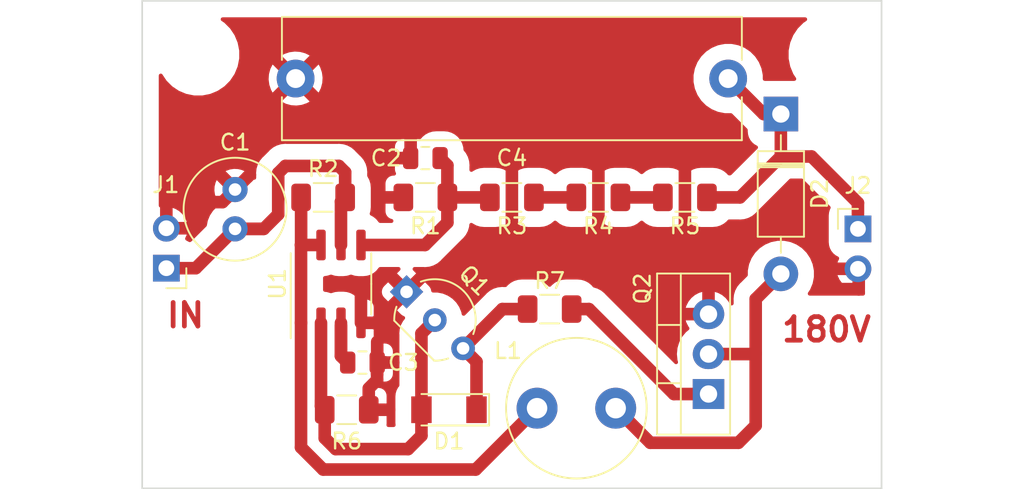
<source format=kicad_pcb>
(kicad_pcb (version 20171130) (host pcbnew 5.1.5+dfsg1-2build2)

  (general
    (thickness 1.6)
    (drawings 6)
    (tracks 106)
    (zones 0)
    (modules 23)
    (nets 13)
  )

  (page A4)
  (title_block
    (title "180v power supply")
    (company "Dominik Piątkowski")
  )

  (layers
    (0 Top signal)
    (31 Bottom signal)
    (32 B.Adhes user)
    (33 F.Adhes user)
    (34 B.Paste user)
    (35 F.Paste user)
    (36 B.SilkS user)
    (37 F.SilkS user)
    (38 B.Mask user)
    (39 F.Mask user)
    (40 Dwgs.User user)
    (41 Cmts.User user)
    (42 Eco1.User user)
    (43 Eco2.User user)
    (44 Edge.Cuts user)
  )

  (setup
    (last_trace_width 0.8)
    (trace_clearance 0.254)
    (zone_clearance 1)
    (zone_45_only no)
    (trace_min 0.254)
    (via_size 0.889)
    (via_drill 0.635)
    (via_min_size 0.889)
    (via_min_drill 0.508)
    (uvia_size 0.508)
    (uvia_drill 0.127)
    (uvias_allowed no)
    (uvia_min_size 0.508)
    (uvia_min_drill 0.127)
    (edge_width 0.1)
    (segment_width 0.2)
    (pcb_text_width 0.3)
    (pcb_text_size 1.5 1.5)
    (mod_edge_width 0.15)
    (mod_text_size 1 1)
    (mod_text_width 0.15)
    (pad_size 3 5)
    (pad_drill 0)
    (pad_to_mask_clearance 0)
    (aux_axis_origin 0 0)
    (visible_elements 7FFFFFFF)
    (pcbplotparams
      (layerselection 0x00020_7fffffff)
      (usegerberextensions true)
      (usegerberattributes false)
      (usegerberadvancedattributes false)
      (creategerberjobfile false)
      (excludeedgelayer true)
      (linewidth 0.150000)
      (plotframeref false)
      (viasonmask false)
      (mode 1)
      (useauxorigin false)
      (hpglpennumber 1)
      (hpglpenspeed 20)
      (hpglpendiameter 15.000000)
      (psnegative false)
      (psa4output false)
      (plotreference true)
      (plotvalue true)
      (plotinvisibletext false)
      (padsonsilk false)
      (subtractmaskfromsilk false)
      (outputformat 1)
      (mirror false)
      (drillshape 0)
      (scaleselection 1)
      (outputdirectory "gerber/"))
  )

  (net 0 "")
  (net 1 GND)
  (net 2 "Net-(C1-Pad1)")
  (net 3 "Net-(C2-Pad1)")
  (net 4 "Net-(C3-Pad1)")
  (net 5 "Net-(C4-Pad1)")
  (net 6 "Net-(D1-Pad1)")
  (net 7 "Net-(D1-Pad2)")
  (net 8 "Net-(D2-Pad2)")
  (net 9 "Net-(L1-Pad1)")
  (net 10 "Net-(Q2-Pad1)")
  (net 11 "Net-(R3-Pad1)")
  (net 12 "Net-(R4-Pad1)")

  (net_class Default "To jest domyślna klasa połączeń."
    (clearance 0.254)
    (trace_width 0.8)
    (via_dia 0.889)
    (via_drill 0.635)
    (uvia_dia 0.508)
    (uvia_drill 0.127)
    (add_net GND)
    (add_net "Net-(C1-Pad1)")
    (add_net "Net-(C2-Pad1)")
    (add_net "Net-(C3-Pad1)")
    (add_net "Net-(C4-Pad1)")
    (add_net "Net-(D1-Pad1)")
    (add_net "Net-(D1-Pad2)")
    (add_net "Net-(D2-Pad2)")
    (add_net "Net-(L1-Pad1)")
    (add_net "Net-(Q2-Pad1)")
    (add_net "Net-(R3-Pad1)")
    (add_net "Net-(R4-Pad1)")
  )

  (module Connector_PinHeader_2.54mm:PinHeader_1x02_P2.54mm_Horizontal (layer Top) (tedit 5FC51AD1) (tstamp 5FC0623E)
    (at 109.5 69.5)
    (descr "Through hole angled pin header, 1x02, 2.54mm pitch, 6mm pin length, single row")
    (tags "Through hole angled pin header THT 1x02 2.54mm single row")
    (path /5FCE0077)
    (fp_text reference J2 (at 0 -2.75) (layer F.SilkS)
      (effects (font (size 1 1) (thickness 0.15)))
    )
    (fp_text value 180V (at 4.385 4.81) (layer F.Fab)
      (effects (font (size 1 1) (thickness 0.15)))
    )
    (fp_text user %R (at 2.77 1.27 90) (layer F.Fab)
      (effects (font (size 1 1) (thickness 0.15)))
    )
    (fp_line (start 10.55 -1.8) (end -1.8 -1.8) (layer F.CrtYd) (width 0.05))
    (fp_line (start 10.55 4.35) (end 10.55 -1.8) (layer F.CrtYd) (width 0.05))
    (fp_line (start -1.8 4.35) (end 10.55 4.35) (layer F.CrtYd) (width 0.05))
    (fp_line (start -1.8 -1.8) (end -1.8 4.35) (layer F.CrtYd) (width 0.05))
    (fp_line (start -1.27 -1.27) (end 0 -1.27) (layer F.SilkS) (width 0.12))
    (fp_line (start -1.27 0) (end -1.27 -1.27) (layer F.SilkS) (width 0.12))
    (fp_line (start 4.04 2.86) (end 10.04 2.86) (layer F.Fab) (width 0.1))
    (fp_line (start 10.04 2.22) (end 10.04 2.86) (layer F.Fab) (width 0.1))
    (fp_line (start 4.04 2.22) (end 10.04 2.22) (layer F.Fab) (width 0.1))
    (fp_line (start -0.32 2.86) (end 1.5 2.86) (layer F.Fab) (width 0.1))
    (fp_line (start -0.32 2.22) (end -0.32 2.86) (layer F.Fab) (width 0.1))
    (fp_line (start -0.32 2.22) (end 1.5 2.22) (layer F.Fab) (width 0.1))
    (fp_line (start 4.04 0.32) (end 10.04 0.32) (layer F.Fab) (width 0.1))
    (fp_line (start 10.04 -0.32) (end 10.04 0.32) (layer F.Fab) (width 0.1))
    (fp_line (start 4.04 -0.32) (end 10.04 -0.32) (layer F.Fab) (width 0.1))
    (fp_line (start -0.32 0.32) (end 1.5 0.32) (layer F.Fab) (width 0.1))
    (fp_line (start -0.32 -0.32) (end -0.32 0.32) (layer F.Fab) (width 0.1))
    (fp_line (start -0.32 -0.32) (end 1.5 -0.32) (layer F.Fab) (width 0.1))
    (fp_line (start 1.5 -0.635) (end 2.135 -1.27) (layer F.Fab) (width 0.1))
    (fp_line (start 1.5 3.81) (end 1.5 -0.635) (layer F.Fab) (width 0.1))
    (fp_line (start 4.04 3.81) (end 1.5 3.81) (layer F.Fab) (width 0.1))
    (fp_line (start 4.04 -1.27) (end 4.04 3.81) (layer F.Fab) (width 0.1))
    (fp_line (start 2.135 -1.27) (end 4.04 -1.27) (layer F.Fab) (width 0.1))
    (pad 2 thru_hole oval (at 0 2.54) (size 1.7 1.7) (drill 1) (layers *.Cu *.Mask)
      (net 1 GND))
    (pad 1 thru_hole rect (at 0 0) (size 1.7 1.7) (drill 1) (layers *.Cu *.Mask)
      (net 5 "Net-(C4-Pad1)"))
    (model ${KISYS3DMOD}/Connector_PinHeader_2.54mm.3dshapes/PinHeader_1x02_P2.54mm_Horizontal.wrl
      (at (xyz 0 0 0))
      (scale (xyz 1 1 1))
      (rotate (xyz 0 0 0))
    )
  )

  (module Connector_PinHeader_2.54mm:PinHeader_1x02_P2.54mm_Horizontal (layer Top) (tedit 5FC51AA3) (tstamp 5FBFF653)
    (at 65.532 72 180)
    (descr "Through hole angled pin header, 1x02, 2.54mm pitch, 6mm pin length, single row")
    (tags "Through hole angled pin header THT 1x02 2.54mm single row")
    (path /5FCD0D00)
    (fp_text reference J1 (at 0.032 5.3) (layer F.SilkS)
      (effects (font (size 1 1) (thickness 0.15)))
    )
    (fp_text value Input (at 4.385 4.81) (layer F.Fab)
      (effects (font (size 1 1) (thickness 0.15)))
    )
    (fp_line (start 2.135 -1.27) (end 4.04 -1.27) (layer F.Fab) (width 0.1))
    (fp_line (start 4.04 -1.27) (end 4.04 3.81) (layer F.Fab) (width 0.1))
    (fp_line (start 4.04 3.81) (end 1.5 3.81) (layer F.Fab) (width 0.1))
    (fp_line (start 1.5 3.81) (end 1.5 -0.635) (layer F.Fab) (width 0.1))
    (fp_line (start 1.5 -0.635) (end 2.135 -1.27) (layer F.Fab) (width 0.1))
    (fp_line (start -0.32 -0.32) (end 1.5 -0.32) (layer F.Fab) (width 0.1))
    (fp_line (start -0.32 -0.32) (end -0.32 0.32) (layer F.Fab) (width 0.1))
    (fp_line (start -0.32 0.32) (end 1.5 0.32) (layer F.Fab) (width 0.1))
    (fp_line (start 4.04 -0.32) (end 10.04 -0.32) (layer F.Fab) (width 0.1))
    (fp_line (start 10.04 -0.32) (end 10.04 0.32) (layer F.Fab) (width 0.1))
    (fp_line (start 4.04 0.32) (end 10.04 0.32) (layer F.Fab) (width 0.1))
    (fp_line (start -0.32 2.22) (end 1.5 2.22) (layer F.Fab) (width 0.1))
    (fp_line (start -0.32 2.22) (end -0.32 2.86) (layer F.Fab) (width 0.1))
    (fp_line (start -0.32 2.86) (end 1.5 2.86) (layer F.Fab) (width 0.1))
    (fp_line (start 4.04 2.22) (end 10.04 2.22) (layer F.Fab) (width 0.1))
    (fp_line (start 10.04 2.22) (end 10.04 2.86) (layer F.Fab) (width 0.1))
    (fp_line (start 4.04 2.86) (end 10.04 2.86) (layer F.Fab) (width 0.1))
    (fp_line (start -1.27 0) (end -1.27 -1.27) (layer F.SilkS) (width 0.12))
    (fp_line (start -1.27 -1.27) (end 0 -1.27) (layer F.SilkS) (width 0.12))
    (fp_line (start -1.8 -1.8) (end -1.8 4.35) (layer F.CrtYd) (width 0.05))
    (fp_line (start -1.8 4.35) (end 10.55 4.35) (layer F.CrtYd) (width 0.05))
    (fp_line (start 10.55 4.35) (end 10.55 -1.8) (layer F.CrtYd) (width 0.05))
    (fp_line (start 10.55 -1.8) (end -1.8 -1.8) (layer F.CrtYd) (width 0.05))
    (fp_text user %R (at 2.77 1.27 90) (layer F.Fab)
      (effects (font (size 1 1) (thickness 0.15)))
    )
    (pad 1 thru_hole rect (at 0 0 180) (size 1.7 1.7) (drill 1) (layers *.Cu *.Mask)
      (net 2 "Net-(C1-Pad1)"))
    (pad 2 thru_hole oval (at 0 2.54 180) (size 1.7 1.7) (drill 1) (layers *.Cu *.Mask)
      (net 1 GND))
    (model ${KISYS3DMOD}/Connector_PinHeader_2.54mm.3dshapes/PinHeader_1x02_P2.54mm_Horizontal.wrl
      (at (xyz 0 0 0))
      (scale (xyz 1 1 1))
      (rotate (xyz 0 0 0))
    )
  )

  (module Capacitor_THT:C_Rect_L29.0mm_W7.6mm_P27.50mm_MKT (layer Top) (tedit 5AE50EF0) (tstamp 5FC07654)
    (at 101.25 59.944 180)
    (descr "C, Rect series, Radial, pin pitch=27.50mm, , length*width=29*7.6mm^2, Capacitor, https://en.tdk.eu/inf/20/20/db/fc_2009/MKT_B32560_564.pdf")
    (tags "C Rect series Radial pin pitch 27.50mm  length 29mm width 7.6mm Capacitor")
    (path /5FCDB8AA)
    (fp_text reference C4 (at 13.75 -5.05) (layer F.SilkS)
      (effects (font (size 1 1) (thickness 0.15)))
    )
    (fp_text value 3u3 (at 13.75 5.05) (layer F.Fab)
      (effects (font (size 1 1) (thickness 0.15)))
    )
    (fp_line (start -0.75 -3.8) (end -0.75 3.8) (layer F.Fab) (width 0.1))
    (fp_line (start -0.75 3.8) (end 28.25 3.8) (layer F.Fab) (width 0.1))
    (fp_line (start 28.25 3.8) (end 28.25 -3.8) (layer F.Fab) (width 0.1))
    (fp_line (start 28.25 -3.8) (end -0.75 -3.8) (layer F.Fab) (width 0.1))
    (fp_line (start -0.87 -3.92) (end 28.37 -3.92) (layer F.SilkS) (width 0.12))
    (fp_line (start -0.87 3.92) (end 28.37 3.92) (layer F.SilkS) (width 0.12))
    (fp_line (start -0.87 -3.92) (end -0.87 -1.185) (layer F.SilkS) (width 0.12))
    (fp_line (start -0.87 1.185) (end -0.87 3.92) (layer F.SilkS) (width 0.12))
    (fp_line (start 28.37 -3.92) (end 28.37 -1.185) (layer F.SilkS) (width 0.12))
    (fp_line (start 28.37 1.185) (end 28.37 3.92) (layer F.SilkS) (width 0.12))
    (fp_line (start -1.45 -4.05) (end -1.45 4.05) (layer F.CrtYd) (width 0.05))
    (fp_line (start -1.45 4.05) (end 28.95 4.05) (layer F.CrtYd) (width 0.05))
    (fp_line (start 28.95 4.05) (end 28.95 -4.05) (layer F.CrtYd) (width 0.05))
    (fp_line (start 28.95 -4.05) (end -1.45 -4.05) (layer F.CrtYd) (width 0.05))
    (fp_text user %R (at 13.75 0) (layer F.Fab)
      (effects (font (size 1 1) (thickness 0.15)))
    )
    (pad 1 thru_hole circle (at 0 0 180) (size 2.4 2.4) (drill 1.2) (layers *.Cu *.Mask)
      (net 5 "Net-(C4-Pad1)"))
    (pad 2 thru_hole circle (at 27.5 0 180) (size 2.4 2.4) (drill 1.2) (layers *.Cu *.Mask)
      (net 1 GND))
    (model ${KISYS3DMOD}/Capacitor_THT.3dshapes/C_Rect_L29.0mm_W7.6mm_P27.50mm_MKT.wrl
      (at (xyz 0 0 0))
      (scale (xyz 1 1 1))
      (rotate (xyz 0 0 0))
    )
  )

  (module MountingHole:MountingHole_3.2mm_M3_DIN965 (layer Top) (tedit 56D1B4CB) (tstamp 5FC05B70)
    (at 107.696 82.804)
    (descr "Mounting Hole 3.2mm, no annular, M3, DIN965")
    (tags "mounting hole 3.2mm no annular m3 din965")
    (attr virtual)
    (fp_text reference "3mm hole" (at 0 4.196) (layer F.SilkS) hide
      (effects (font (size 1 1) (thickness 0.15)))
    )
    (fp_text value MountingHole_3.2mm_M3_DIN965 (at 0 3.8) (layer F.Fab)
      (effects (font (size 1 1) (thickness 0.15)))
    )
    (fp_circle (center 0 0) (end 3.05 0) (layer F.CrtYd) (width 0.05))
    (fp_circle (center 0 0) (end 2.8 0) (layer Cmts.User) (width 0.15))
    (fp_text user %R (at 0.3 0) (layer F.Fab)
      (effects (font (size 1 1) (thickness 0.15)))
    )
    (pad 1 np_thru_hole circle (at 0 0) (size 3.2 3.2) (drill 3.2) (layers *.Cu *.Mask))
  )

  (module MountingHole:MountingHole_3.2mm_M3_DIN965 (layer Top) (tedit 56D1B4CB) (tstamp 5FC059FC)
    (at 67.564 82.804)
    (descr "Mounting Hole 3.2mm, no annular, M3, DIN965")
    (tags "mounting hole 3.2mm no annular m3 din965")
    (attr virtual)
    (fp_text reference "3mm hole" (at 0 4.196) (layer F.SilkS) hide
      (effects (font (size 1 1) (thickness 0.15)))
    )
    (fp_text value MountingHole_3.2mm_M3_DIN965 (at 0 3.8) (layer F.Fab)
      (effects (font (size 1 1) (thickness 0.15)))
    )
    (fp_circle (center 0 0) (end 3.05 0) (layer F.CrtYd) (width 0.05))
    (fp_circle (center 0 0) (end 2.8 0) (layer Cmts.User) (width 0.15))
    (fp_text user %R (at 0.3 0) (layer F.Fab)
      (effects (font (size 1 1) (thickness 0.15)))
    )
    (pad 1 np_thru_hole circle (at 0 0) (size 3.2 3.2) (drill 3.2) (layers *.Cu *.Mask))
  )

  (module MountingHole:MountingHole_3.2mm_M3_DIN965 (layer Top) (tedit 56D1B4CB) (tstamp 5FC05888)
    (at 107.696 58.42)
    (descr "Mounting Hole 3.2mm, no annular, M3, DIN965")
    (tags "mounting hole 3.2mm no annular m3 din965")
    (attr virtual)
    (fp_text reference "3mm hole" (at 0 -4.42) (layer F.SilkS) hide
      (effects (font (size 1 1) (thickness 0.15)))
    )
    (fp_text value MountingHole_3.2mm_M3_DIN965 (at 0 3.8) (layer F.Fab)
      (effects (font (size 1 1) (thickness 0.15)))
    )
    (fp_circle (center 0 0) (end 3.05 0) (layer F.CrtYd) (width 0.05))
    (fp_circle (center 0 0) (end 2.8 0) (layer Cmts.User) (width 0.15))
    (fp_text user %R (at 0.3 0) (layer F.Fab)
      (effects (font (size 1 1) (thickness 0.15)))
    )
    (pad 1 np_thru_hole circle (at 0 0) (size 3.2 3.2) (drill 3.2) (layers *.Cu *.Mask))
  )

  (module MountingHole:MountingHole_3.2mm_M3_DIN965 (layer Top) (tedit 56D1B4CB) (tstamp 5FC071A3)
    (at 67.564 58.42)
    (descr "Mounting Hole 3.2mm, no annular, M3, DIN965")
    (tags "mounting hole 3.2mm no annular m3 din965")
    (attr virtual)
    (fp_text reference "3mm hole" (at 0 -4.42) (layer F.SilkS) hide
      (effects (font (size 1 1) (thickness 0.15)))
    )
    (fp_text value MountingHole_3.2mm_M3_DIN965 (at 0 3.8) (layer F.Fab)
      (effects (font (size 1 1) (thickness 0.15)))
    )
    (fp_circle (center 0 0) (end 3.05 0) (layer F.CrtYd) (width 0.05))
    (fp_circle (center 0 0) (end 2.8 0) (layer Cmts.User) (width 0.15))
    (fp_text user %R (at 0.3 0) (layer F.Fab)
      (effects (font (size 1 1) (thickness 0.15)))
    )
    (pad 1 np_thru_hole circle (at 0 0) (size 3.2 3.2) (drill 3.2) (layers *.Cu *.Mask))
  )

  (module Capacitor_THT:C_Radial_D6.3mm_H11.0mm_P2.50mm (layer Top) (tedit 5BC5C9B9) (tstamp 5FC0013A)
    (at 69.9 69.5 90)
    (descr "C, Radial series, Radial, pin pitch=2.50mm, diameter=6.3mm, height=11mm, Non-Polar Electrolytic Capacitor")
    (tags "C Radial series Radial pin pitch 2.50mm diameter 6.3mm height 11mm Non-Polar Electrolytic Capacitor")
    (path /5FC04FCF)
    (fp_text reference C1 (at 5.5 0 180) (layer F.SilkS)
      (effects (font (size 1 1) (thickness 0.15)))
    )
    (fp_text value 100u (at 1.25 4.4 90) (layer F.Fab)
      (effects (font (size 1 1) (thickness 0.15)))
    )
    (fp_circle (center 1.25 0) (end 4.4 0) (layer F.Fab) (width 0.1))
    (fp_circle (center 1.25 0) (end 4.52 0) (layer F.SilkS) (width 0.12))
    (fp_circle (center 1.25 0) (end 4.65 0) (layer F.CrtYd) (width 0.05))
    (fp_text user %R (at 1.25 0 90) (layer F.Fab)
      (effects (font (size 1 1) (thickness 0.15)))
    )
    (pad 1 thru_hole circle (at 0 0 90) (size 1.6 1.6) (drill 0.8) (layers *.Cu *.Mask)
      (net 2 "Net-(C1-Pad1)"))
    (pad 2 thru_hole circle (at 2.5 0 90) (size 1.6 1.6) (drill 0.8) (layers *.Cu *.Mask)
      (net 1 GND))
    (model ${KISYS3DMOD}/Capacitor_THT.3dshapes/C_Radial_D6.3mm_H11.0mm_P2.50mm.wrl
      (at (xyz 0 0 0))
      (scale (xyz 1 1 1))
      (rotate (xyz 0 0 0))
    )
  )

  (module Capacitor_SMD:C_0805_2012Metric (layer Top) (tedit 5B36C52B) (tstamp 5FBFF5B7)
    (at 82 65 180)
    (descr "Capacitor SMD 0805 (2012 Metric), square (rectangular) end terminal, IPC_7351 nominal, (Body size source: https://docs.google.com/spreadsheets/d/1BsfQQcO9C6DZCsRaXUlFlo91Tg2WpOkGARC1WS5S8t0/edit?usp=sharing), generated with kicad-footprint-generator")
    (tags capacitor)
    (path /5FC0834A)
    (attr smd)
    (fp_text reference C2 (at 2.5 0) (layer F.SilkS)
      (effects (font (size 1 1) (thickness 0.15)))
    )
    (fp_text value 1n (at 0 1.65) (layer F.Fab)
      (effects (font (size 1 1) (thickness 0.15)))
    )
    (fp_text user %R (at 0 0) (layer F.Fab)
      (effects (font (size 0.5 0.5) (thickness 0.08)))
    )
    (fp_line (start 1.68 0.95) (end -1.68 0.95) (layer F.CrtYd) (width 0.05))
    (fp_line (start 1.68 -0.95) (end 1.68 0.95) (layer F.CrtYd) (width 0.05))
    (fp_line (start -1.68 -0.95) (end 1.68 -0.95) (layer F.CrtYd) (width 0.05))
    (fp_line (start -1.68 0.95) (end -1.68 -0.95) (layer F.CrtYd) (width 0.05))
    (fp_line (start -0.258578 0.71) (end 0.258578 0.71) (layer F.SilkS) (width 0.12))
    (fp_line (start -0.258578 -0.71) (end 0.258578 -0.71) (layer F.SilkS) (width 0.12))
    (fp_line (start 1 0.6) (end -1 0.6) (layer F.Fab) (width 0.1))
    (fp_line (start 1 -0.6) (end 1 0.6) (layer F.Fab) (width 0.1))
    (fp_line (start -1 -0.6) (end 1 -0.6) (layer F.Fab) (width 0.1))
    (fp_line (start -1 0.6) (end -1 -0.6) (layer F.Fab) (width 0.1))
    (pad 2 smd roundrect (at 0.9375 0 180) (size 0.975 1.4) (layers Top F.Paste F.Mask) (roundrect_rratio 0.25)
      (net 1 GND))
    (pad 1 smd roundrect (at -0.9375 0 180) (size 0.975 1.4) (layers Top F.Paste F.Mask) (roundrect_rratio 0.25)
      (net 3 "Net-(C2-Pad1)"))
    (model ${KISYS3DMOD}/Capacitor_SMD.3dshapes/C_0805_2012Metric.wrl
      (at (xyz 0 0 0))
      (scale (xyz 1 1 1))
      (rotate (xyz 0 0 0))
    )
  )

  (module Capacitor_SMD:C_0805_2012Metric (layer Top) (tedit 5B36C52B) (tstamp 5FBFF5C7)
    (at 78 78)
    (descr "Capacitor SMD 0805 (2012 Metric), square (rectangular) end terminal, IPC_7351 nominal, (Body size source: https://docs.google.com/spreadsheets/d/1BsfQQcO9C6DZCsRaXUlFlo91Tg2WpOkGARC1WS5S8t0/edit?usp=sharing), generated with kicad-footprint-generator")
    (tags capacitor)
    (path /5FC2C0BA)
    (attr smd)
    (fp_text reference C3 (at 2.6 0) (layer F.SilkS)
      (effects (font (size 1 1) (thickness 0.15)))
    )
    (fp_text value 1n (at 0 1.65) (layer F.Fab)
      (effects (font (size 1 1) (thickness 0.15)))
    )
    (fp_line (start -1 0.6) (end -1 -0.6) (layer F.Fab) (width 0.1))
    (fp_line (start -1 -0.6) (end 1 -0.6) (layer F.Fab) (width 0.1))
    (fp_line (start 1 -0.6) (end 1 0.6) (layer F.Fab) (width 0.1))
    (fp_line (start 1 0.6) (end -1 0.6) (layer F.Fab) (width 0.1))
    (fp_line (start -0.258578 -0.71) (end 0.258578 -0.71) (layer F.SilkS) (width 0.12))
    (fp_line (start -0.258578 0.71) (end 0.258578 0.71) (layer F.SilkS) (width 0.12))
    (fp_line (start -1.68 0.95) (end -1.68 -0.95) (layer F.CrtYd) (width 0.05))
    (fp_line (start -1.68 -0.95) (end 1.68 -0.95) (layer F.CrtYd) (width 0.05))
    (fp_line (start 1.68 -0.95) (end 1.68 0.95) (layer F.CrtYd) (width 0.05))
    (fp_line (start 1.68 0.95) (end -1.68 0.95) (layer F.CrtYd) (width 0.05))
    (fp_text user %R (at 0 0) (layer F.Fab)
      (effects (font (size 0.5 0.5) (thickness 0.08)))
    )
    (pad 1 smd roundrect (at -0.9375 0) (size 0.975 1.4) (layers Top F.Paste F.Mask) (roundrect_rratio 0.25)
      (net 4 "Net-(C3-Pad1)"))
    (pad 2 smd roundrect (at 0.9375 0) (size 0.975 1.4) (layers Top F.Paste F.Mask) (roundrect_rratio 0.25)
      (net 1 GND))
    (model ${KISYS3DMOD}/Capacitor_SMD.3dshapes/C_0805_2012Metric.wrl
      (at (xyz 0 0 0))
      (scale (xyz 1 1 1))
      (rotate (xyz 0 0 0))
    )
  )

  (module Diode_SMD:D_MiniMELF (layer Top) (tedit 5905D8F5) (tstamp 5FBFF5EB)
    (at 83.5 81 180)
    (descr "Diode Mini-MELF")
    (tags "Diode Mini-MELF")
    (path /5FC5DA6F)
    (attr smd)
    (fp_text reference D1 (at 0 -2) (layer F.SilkS)
      (effects (font (size 1 1) (thickness 0.15)))
    )
    (fp_text value LL4148 (at 0 1.75) (layer F.Fab)
      (effects (font (size 1 1) (thickness 0.15)))
    )
    (fp_text user %R (at 0 -2) (layer F.Fab)
      (effects (font (size 1 1) (thickness 0.15)))
    )
    (fp_line (start 1.75 -1) (end -2.55 -1) (layer F.SilkS) (width 0.12))
    (fp_line (start -2.55 -1) (end -2.55 1) (layer F.SilkS) (width 0.12))
    (fp_line (start -2.55 1) (end 1.75 1) (layer F.SilkS) (width 0.12))
    (fp_line (start 1.65 -0.8) (end 1.65 0.8) (layer F.Fab) (width 0.1))
    (fp_line (start 1.65 0.8) (end -1.65 0.8) (layer F.Fab) (width 0.1))
    (fp_line (start -1.65 0.8) (end -1.65 -0.8) (layer F.Fab) (width 0.1))
    (fp_line (start -1.65 -0.8) (end 1.65 -0.8) (layer F.Fab) (width 0.1))
    (fp_line (start 0.25 0) (end 0.75 0) (layer F.Fab) (width 0.1))
    (fp_line (start 0.25 0.4) (end -0.35 0) (layer F.Fab) (width 0.1))
    (fp_line (start 0.25 -0.4) (end 0.25 0.4) (layer F.Fab) (width 0.1))
    (fp_line (start -0.35 0) (end 0.25 -0.4) (layer F.Fab) (width 0.1))
    (fp_line (start -0.35 0) (end -0.35 0.55) (layer F.Fab) (width 0.1))
    (fp_line (start -0.35 0) (end -0.35 -0.55) (layer F.Fab) (width 0.1))
    (fp_line (start -0.75 0) (end -0.35 0) (layer F.Fab) (width 0.1))
    (fp_line (start -2.65 -1.1) (end 2.65 -1.1) (layer F.CrtYd) (width 0.05))
    (fp_line (start 2.65 -1.1) (end 2.65 1.1) (layer F.CrtYd) (width 0.05))
    (fp_line (start 2.65 1.1) (end -2.65 1.1) (layer F.CrtYd) (width 0.05))
    (fp_line (start -2.65 1.1) (end -2.65 -1.1) (layer F.CrtYd) (width 0.05))
    (pad 1 smd rect (at -1.75 0 180) (size 1.3 1.7) (layers Top F.Paste F.Mask)
      (net 6 "Net-(D1-Pad1)"))
    (pad 2 smd rect (at 1.75 0 180) (size 1.3 1.7) (layers Top F.Paste F.Mask)
      (net 7 "Net-(D1-Pad2)"))
    (model ${KISYS3DMOD}/Diode_SMD.3dshapes/D_MiniMELF.wrl
      (at (xyz 0 0 0))
      (scale (xyz 1 1 1))
      (rotate (xyz 0 0 0))
    )
  )

  (module Diode_THT:D_DO-41_SOD81_P10.16mm_Horizontal (layer Top) (tedit 5AE50CD5) (tstamp 5FBFF603)
    (at 104.6 62.2 270)
    (descr "Diode, DO-41_SOD81 series, Axial, Horizontal, pin pitch=10.16mm, , length*diameter=5.2*2.7mm^2, , http://www.diodes.com/_files/packages/DO-41%20(Plastic).pdf")
    (tags "Diode DO-41_SOD81 series Axial Horizontal pin pitch 10.16mm  length 5.2mm diameter 2.7mm")
    (path /5FC8BA43)
    (fp_text reference D2 (at 5.08 -2.47 90) (layer F.SilkS)
      (effects (font (size 1 1) (thickness 0.15)))
    )
    (fp_text value UF4007 (at 5.08 2.47 90) (layer F.Fab)
      (effects (font (size 1 1) (thickness 0.15)))
    )
    (fp_line (start 2.48 -1.35) (end 2.48 1.35) (layer F.Fab) (width 0.1))
    (fp_line (start 2.48 1.35) (end 7.68 1.35) (layer F.Fab) (width 0.1))
    (fp_line (start 7.68 1.35) (end 7.68 -1.35) (layer F.Fab) (width 0.1))
    (fp_line (start 7.68 -1.35) (end 2.48 -1.35) (layer F.Fab) (width 0.1))
    (fp_line (start 0 0) (end 2.48 0) (layer F.Fab) (width 0.1))
    (fp_line (start 10.16 0) (end 7.68 0) (layer F.Fab) (width 0.1))
    (fp_line (start 3.26 -1.35) (end 3.26 1.35) (layer F.Fab) (width 0.1))
    (fp_line (start 3.36 -1.35) (end 3.36 1.35) (layer F.Fab) (width 0.1))
    (fp_line (start 3.16 -1.35) (end 3.16 1.35) (layer F.Fab) (width 0.1))
    (fp_line (start 2.36 -1.47) (end 2.36 1.47) (layer F.SilkS) (width 0.12))
    (fp_line (start 2.36 1.47) (end 7.8 1.47) (layer F.SilkS) (width 0.12))
    (fp_line (start 7.8 1.47) (end 7.8 -1.47) (layer F.SilkS) (width 0.12))
    (fp_line (start 7.8 -1.47) (end 2.36 -1.47) (layer F.SilkS) (width 0.12))
    (fp_line (start 1.34 0) (end 2.36 0) (layer F.SilkS) (width 0.12))
    (fp_line (start 8.82 0) (end 7.8 0) (layer F.SilkS) (width 0.12))
    (fp_line (start 3.26 -1.47) (end 3.26 1.47) (layer F.SilkS) (width 0.12))
    (fp_line (start 3.38 -1.47) (end 3.38 1.47) (layer F.SilkS) (width 0.12))
    (fp_line (start 3.14 -1.47) (end 3.14 1.47) (layer F.SilkS) (width 0.12))
    (fp_line (start -1.35 -1.6) (end -1.35 1.6) (layer F.CrtYd) (width 0.05))
    (fp_line (start -1.35 1.6) (end 11.51 1.6) (layer F.CrtYd) (width 0.05))
    (fp_line (start 11.51 1.6) (end 11.51 -1.6) (layer F.CrtYd) (width 0.05))
    (fp_line (start 11.51 -1.6) (end -1.35 -1.6) (layer F.CrtYd) (width 0.05))
    (fp_text user %R (at 5.47 0 90) (layer F.Fab)
      (effects (font (size 1 1) (thickness 0.15)))
    )
    (fp_text user K (at 0 -2.1 90) (layer F.Fab)
      (effects (font (size 1 1) (thickness 0.15)))
    )
    (pad 1 thru_hole rect (at 0 0 270) (size 2.2 2.2) (drill 1.1) (layers *.Cu *.Mask)
      (net 5 "Net-(C4-Pad1)"))
    (pad 2 thru_hole oval (at 10.16 0 270) (size 2.2 2.2) (drill 1.1) (layers *.Cu *.Mask)
      (net 8 "Net-(D2-Pad2)"))
    (model ${KISYS3DMOD}/Diode_THT.3dshapes/D_DO-41_SOD81_P10.16mm_Horizontal.wrl
      (at (xyz 0 0 0))
      (scale (xyz 1 1 1))
      (rotate (xyz 0 0 0))
    )
  )

  (module Package_TO_SOT_THT:TO-92_Inline_Wide (layer Top) (tedit 5A02FF81) (tstamp 5FBFF690)
    (at 80.803949 73.503949 315)
    (descr "TO-92 leads in-line, wide, drill 0.75mm (see NXP sot054_po.pdf)")
    (tags "to-92 sc-43 sc-43a sot54 PA33 transistor")
    (path /5FC6D03F)
    (fp_text reference Q1 (at 2.54 -3.56 135) (layer F.SilkS)
      (effects (font (size 1 1) (thickness 0.15)))
    )
    (fp_text value BC557 (at 2.54 2.79 135) (layer F.Fab)
      (effects (font (size 1 1) (thickness 0.15)))
    )
    (fp_text user %R (at 2.54 -3.56 135) (layer F.Fab)
      (effects (font (size 1 1) (thickness 0.15)))
    )
    (fp_line (start 0.74 1.85) (end 4.34 1.85) (layer F.SilkS) (width 0.12))
    (fp_line (start 0.8 1.75) (end 4.3 1.75) (layer F.Fab) (width 0.1))
    (fp_line (start -1.01 -2.73) (end 6.09 -2.73) (layer F.CrtYd) (width 0.05))
    (fp_line (start -1.01 -2.73) (end -1.01 2.01) (layer F.CrtYd) (width 0.05))
    (fp_line (start 6.09 2.01) (end 6.09 -2.73) (layer F.CrtYd) (width 0.05))
    (fp_line (start 6.09 2.01) (end -1.01 2.01) (layer F.CrtYd) (width 0.05))
    (fp_arc (start 2.54 0) (end 0.74 1.85) (angle 20) (layer F.SilkS) (width 0.12))
    (fp_arc (start 2.54 0) (end 2.54 -2.6) (angle -65) (layer F.SilkS) (width 0.12))
    (fp_arc (start 2.54 0) (end 2.54 -2.6) (angle 65) (layer F.SilkS) (width 0.12))
    (fp_arc (start 2.54 0) (end 2.54 -2.48) (angle 135) (layer F.Fab) (width 0.1))
    (fp_arc (start 2.54 0) (end 2.54 -2.48) (angle -135) (layer F.Fab) (width 0.1))
    (fp_arc (start 2.54 0) (end 4.34 1.85) (angle -20) (layer F.SilkS) (width 0.12))
    (pad 2 thru_hole circle (at 2.54 0 45) (size 1.5 1.5) (drill 0.8) (layers *.Cu *.Mask)
      (net 7 "Net-(D1-Pad2)"))
    (pad 3 thru_hole circle (at 5.08 0 45) (size 1.5 1.5) (drill 0.8) (layers *.Cu *.Mask)
      (net 6 "Net-(D1-Pad1)"))
    (pad 1 thru_hole rect (at 0 0 45) (size 1.5 1.5) (drill 0.8) (layers *.Cu *.Mask)
      (net 1 GND))
    (model ${KISYS3DMOD}/Package_TO_SOT_THT.3dshapes/TO-92_Inline_Wide.wrl
      (at (xyz 0 0 0))
      (scale (xyz 1 1 1))
      (rotate (xyz 0 0 0))
    )
  )

  (module Package_TO_SOT_THT:TO-220-3_Vertical (layer Top) (tedit 5AC8BA0D) (tstamp 5FBFF6A3)
    (at 100 80 90)
    (descr "TO-220-3, Vertical, RM 2.54mm, see https://www.vishay.com/docs/66542/to-220-1.pdf")
    (tags "TO-220-3 Vertical RM 2.54mm")
    (path /5FC8E8D5)
    (fp_text reference Q2 (at 6.7 -4.2 90) (layer F.SilkS)
      (effects (font (size 1 1) (thickness 0.15)))
    )
    (fp_text value IRF740 (at 2.54 2.5 90) (layer F.Fab)
      (effects (font (size 1 1) (thickness 0.15)))
    )
    (fp_line (start -2.46 -3.15) (end -2.46 1.25) (layer F.Fab) (width 0.1))
    (fp_line (start -2.46 1.25) (end 7.54 1.25) (layer F.Fab) (width 0.1))
    (fp_line (start 7.54 1.25) (end 7.54 -3.15) (layer F.Fab) (width 0.1))
    (fp_line (start 7.54 -3.15) (end -2.46 -3.15) (layer F.Fab) (width 0.1))
    (fp_line (start -2.46 -1.88) (end 7.54 -1.88) (layer F.Fab) (width 0.1))
    (fp_line (start 0.69 -3.15) (end 0.69 -1.88) (layer F.Fab) (width 0.1))
    (fp_line (start 4.39 -3.15) (end 4.39 -1.88) (layer F.Fab) (width 0.1))
    (fp_line (start -2.58 -3.27) (end 7.66 -3.27) (layer F.SilkS) (width 0.12))
    (fp_line (start -2.58 1.371) (end 7.66 1.371) (layer F.SilkS) (width 0.12))
    (fp_line (start -2.58 -3.27) (end -2.58 1.371) (layer F.SilkS) (width 0.12))
    (fp_line (start 7.66 -3.27) (end 7.66 1.371) (layer F.SilkS) (width 0.12))
    (fp_line (start -2.58 -1.76) (end 7.66 -1.76) (layer F.SilkS) (width 0.12))
    (fp_line (start 0.69 -3.27) (end 0.69 -1.76) (layer F.SilkS) (width 0.12))
    (fp_line (start 4.391 -3.27) (end 4.391 -1.76) (layer F.SilkS) (width 0.12))
    (fp_line (start -2.71 -3.4) (end -2.71 1.51) (layer F.CrtYd) (width 0.05))
    (fp_line (start -2.71 1.51) (end 7.79 1.51) (layer F.CrtYd) (width 0.05))
    (fp_line (start 7.79 1.51) (end 7.79 -3.4) (layer F.CrtYd) (width 0.05))
    (fp_line (start 7.79 -3.4) (end -2.71 -3.4) (layer F.CrtYd) (width 0.05))
    (fp_text user %R (at 2.54 -4.27 90) (layer F.Fab)
      (effects (font (size 1 1) (thickness 0.15)))
    )
    (pad 1 thru_hole rect (at 0 0 90) (size 1.905 2) (drill 1.1) (layers *.Cu *.Mask)
      (net 10 "Net-(Q2-Pad1)"))
    (pad 2 thru_hole oval (at 2.54 0 90) (size 1.905 2) (drill 1.1) (layers *.Cu *.Mask)
      (net 8 "Net-(D2-Pad2)"))
    (pad 3 thru_hole oval (at 5.08 0 90) (size 1.905 2) (drill 1.1) (layers *.Cu *.Mask)
      (net 1 GND))
    (model ${KISYS3DMOD}/Package_TO_SOT_THT.3dshapes/TO-220-3_Vertical.wrl
      (at (xyz 0 0 0))
      (scale (xyz 1 1 1))
      (rotate (xyz 0 0 0))
    )
  )

  (module Resistor_SMD:R_1206_3216Metric (layer Top) (tedit 5B301BBD) (tstamp 5FBFF6BC)
    (at 82 67.5 180)
    (descr "Resistor SMD 1206 (3216 Metric), square (rectangular) end terminal, IPC_7351 nominal, (Body size source: http://www.tortai-tech.com/upload/download/2011102023233369053.pdf), generated with kicad-footprint-generator")
    (tags resistor)
    (path /5FCFC867)
    (attr smd)
    (fp_text reference R1 (at 0 -1.82) (layer F.SilkS)
      (effects (font (size 1 1) (thickness 0.15)))
    )
    (fp_text value 10k (at 0 1.82) (layer F.Fab)
      (effects (font (size 1 1) (thickness 0.15)))
    )
    (fp_line (start -1.6 0.8) (end -1.6 -0.8) (layer F.Fab) (width 0.1))
    (fp_line (start -1.6 -0.8) (end 1.6 -0.8) (layer F.Fab) (width 0.1))
    (fp_line (start 1.6 -0.8) (end 1.6 0.8) (layer F.Fab) (width 0.1))
    (fp_line (start 1.6 0.8) (end -1.6 0.8) (layer F.Fab) (width 0.1))
    (fp_line (start -0.602064 -0.91) (end 0.602064 -0.91) (layer F.SilkS) (width 0.12))
    (fp_line (start -0.602064 0.91) (end 0.602064 0.91) (layer F.SilkS) (width 0.12))
    (fp_line (start -2.28 1.12) (end -2.28 -1.12) (layer F.CrtYd) (width 0.05))
    (fp_line (start -2.28 -1.12) (end 2.28 -1.12) (layer F.CrtYd) (width 0.05))
    (fp_line (start 2.28 -1.12) (end 2.28 1.12) (layer F.CrtYd) (width 0.05))
    (fp_line (start 2.28 1.12) (end -2.28 1.12) (layer F.CrtYd) (width 0.05))
    (fp_text user %R (at 0 0) (layer F.Fab)
      (effects (font (size 0.8 0.8) (thickness 0.12)))
    )
    (pad 1 smd roundrect (at -1.4 0 180) (size 1.25 1.75) (layers Top F.Paste F.Mask) (roundrect_rratio 0.2)
      (net 3 "Net-(C2-Pad1)"))
    (pad 2 smd roundrect (at 1.4 0 180) (size 1.25 1.75) (layers Top F.Paste F.Mask) (roundrect_rratio 0.2)
      (net 1 GND))
    (model ${KISYS3DMOD}/Resistor_SMD.3dshapes/R_1206_3216Metric.wrl
      (at (xyz 0 0 0))
      (scale (xyz 1 1 1))
      (rotate (xyz 0 0 0))
    )
  )

  (module Resistor_SMD:R_1206_3216Metric (layer Top) (tedit 5B301BBD) (tstamp 5FBFF6CC)
    (at 75.5 67.5)
    (descr "Resistor SMD 1206 (3216 Metric), square (rectangular) end terminal, IPC_7351 nominal, (Body size source: http://www.tortai-tech.com/upload/download/2011102023233369053.pdf), generated with kicad-footprint-generator")
    (tags resistor)
    (path /5FBFA517)
    (attr smd)
    (fp_text reference R2 (at 0 -1.82) (layer F.SilkS)
      (effects (font (size 1 1) (thickness 0.15)))
    )
    (fp_text value R22 (at 0 1.82) (layer F.Fab)
      (effects (font (size 1 1) (thickness 0.15)))
    )
    (fp_text user %R (at 0 0) (layer F.Fab)
      (effects (font (size 0.8 0.8) (thickness 0.12)))
    )
    (fp_line (start 2.28 1.12) (end -2.28 1.12) (layer F.CrtYd) (width 0.05))
    (fp_line (start 2.28 -1.12) (end 2.28 1.12) (layer F.CrtYd) (width 0.05))
    (fp_line (start -2.28 -1.12) (end 2.28 -1.12) (layer F.CrtYd) (width 0.05))
    (fp_line (start -2.28 1.12) (end -2.28 -1.12) (layer F.CrtYd) (width 0.05))
    (fp_line (start -0.602064 0.91) (end 0.602064 0.91) (layer F.SilkS) (width 0.12))
    (fp_line (start -0.602064 -0.91) (end 0.602064 -0.91) (layer F.SilkS) (width 0.12))
    (fp_line (start 1.6 0.8) (end -1.6 0.8) (layer F.Fab) (width 0.1))
    (fp_line (start 1.6 -0.8) (end 1.6 0.8) (layer F.Fab) (width 0.1))
    (fp_line (start -1.6 -0.8) (end 1.6 -0.8) (layer F.Fab) (width 0.1))
    (fp_line (start -1.6 0.8) (end -1.6 -0.8) (layer F.Fab) (width 0.1))
    (pad 2 smd roundrect (at 1.4 0) (size 1.25 1.75) (layers Top F.Paste F.Mask) (roundrect_rratio 0.2)
      (net 2 "Net-(C1-Pad1)"))
    (pad 1 smd roundrect (at -1.4 0) (size 1.25 1.75) (layers Top F.Paste F.Mask) (roundrect_rratio 0.2)
      (net 9 "Net-(L1-Pad1)"))
    (model ${KISYS3DMOD}/Resistor_SMD.3dshapes/R_1206_3216Metric.wrl
      (at (xyz 0 0 0))
      (scale (xyz 1 1 1))
      (rotate (xyz 0 0 0))
    )
  )

  (module Resistor_SMD:R_1206_3216Metric (layer Top) (tedit 5B301BBD) (tstamp 5FBFF6DC)
    (at 87.5 67.5 180)
    (descr "Resistor SMD 1206 (3216 Metric), square (rectangular) end terminal, IPC_7351 nominal, (Body size source: http://www.tortai-tech.com/upload/download/2011102023233369053.pdf), generated with kicad-footprint-generator")
    (tags resistor)
    (path /5FCFD091)
    (attr smd)
    (fp_text reference R3 (at 0 -1.82) (layer F.SilkS)
      (effects (font (size 1 1) (thickness 0.15)))
    )
    (fp_text value 220k (at 0 1.82) (layer F.Fab)
      (effects (font (size 1 1) (thickness 0.15)))
    )
    (fp_text user %R (at 0 0) (layer F.Fab)
      (effects (font (size 0.8 0.8) (thickness 0.12)))
    )
    (fp_line (start 2.28 1.12) (end -2.28 1.12) (layer F.CrtYd) (width 0.05))
    (fp_line (start 2.28 -1.12) (end 2.28 1.12) (layer F.CrtYd) (width 0.05))
    (fp_line (start -2.28 -1.12) (end 2.28 -1.12) (layer F.CrtYd) (width 0.05))
    (fp_line (start -2.28 1.12) (end -2.28 -1.12) (layer F.CrtYd) (width 0.05))
    (fp_line (start -0.602064 0.91) (end 0.602064 0.91) (layer F.SilkS) (width 0.12))
    (fp_line (start -0.602064 -0.91) (end 0.602064 -0.91) (layer F.SilkS) (width 0.12))
    (fp_line (start 1.6 0.8) (end -1.6 0.8) (layer F.Fab) (width 0.1))
    (fp_line (start 1.6 -0.8) (end 1.6 0.8) (layer F.Fab) (width 0.1))
    (fp_line (start -1.6 -0.8) (end 1.6 -0.8) (layer F.Fab) (width 0.1))
    (fp_line (start -1.6 0.8) (end -1.6 -0.8) (layer F.Fab) (width 0.1))
    (pad 2 smd roundrect (at 1.4 0 180) (size 1.25 1.75) (layers Top F.Paste F.Mask) (roundrect_rratio 0.2)
      (net 3 "Net-(C2-Pad1)"))
    (pad 1 smd roundrect (at -1.4 0 180) (size 1.25 1.75) (layers Top F.Paste F.Mask) (roundrect_rratio 0.2)
      (net 11 "Net-(R3-Pad1)"))
    (model ${KISYS3DMOD}/Resistor_SMD.3dshapes/R_1206_3216Metric.wrl
      (at (xyz 0 0 0))
      (scale (xyz 1 1 1))
      (rotate (xyz 0 0 0))
    )
  )

  (module Resistor_SMD:R_1206_3216Metric (layer Top) (tedit 5B301BBD) (tstamp 5FBFF6EC)
    (at 93 67.5 180)
    (descr "Resistor SMD 1206 (3216 Metric), square (rectangular) end terminal, IPC_7351 nominal, (Body size source: http://www.tortai-tech.com/upload/download/2011102023233369053.pdf), generated with kicad-footprint-generator")
    (tags resistor)
    (path /5FCFD7A9)
    (attr smd)
    (fp_text reference R4 (at 0 -1.82) (layer F.SilkS)
      (effects (font (size 1 1) (thickness 0.15)))
    )
    (fp_text value 220k (at 0 1.82) (layer F.Fab)
      (effects (font (size 1 1) (thickness 0.15)))
    )
    (fp_line (start -1.6 0.8) (end -1.6 -0.8) (layer F.Fab) (width 0.1))
    (fp_line (start -1.6 -0.8) (end 1.6 -0.8) (layer F.Fab) (width 0.1))
    (fp_line (start 1.6 -0.8) (end 1.6 0.8) (layer F.Fab) (width 0.1))
    (fp_line (start 1.6 0.8) (end -1.6 0.8) (layer F.Fab) (width 0.1))
    (fp_line (start -0.602064 -0.91) (end 0.602064 -0.91) (layer F.SilkS) (width 0.12))
    (fp_line (start -0.602064 0.91) (end 0.602064 0.91) (layer F.SilkS) (width 0.12))
    (fp_line (start -2.28 1.12) (end -2.28 -1.12) (layer F.CrtYd) (width 0.05))
    (fp_line (start -2.28 -1.12) (end 2.28 -1.12) (layer F.CrtYd) (width 0.05))
    (fp_line (start 2.28 -1.12) (end 2.28 1.12) (layer F.CrtYd) (width 0.05))
    (fp_line (start 2.28 1.12) (end -2.28 1.12) (layer F.CrtYd) (width 0.05))
    (fp_text user %R (at 0 0) (layer F.Fab)
      (effects (font (size 0.8 0.8) (thickness 0.12)))
    )
    (pad 1 smd roundrect (at -1.4 0 180) (size 1.25 1.75) (layers Top F.Paste F.Mask) (roundrect_rratio 0.2)
      (net 12 "Net-(R4-Pad1)"))
    (pad 2 smd roundrect (at 1.4 0 180) (size 1.25 1.75) (layers Top F.Paste F.Mask) (roundrect_rratio 0.2)
      (net 11 "Net-(R3-Pad1)"))
    (model ${KISYS3DMOD}/Resistor_SMD.3dshapes/R_1206_3216Metric.wrl
      (at (xyz 0 0 0))
      (scale (xyz 1 1 1))
      (rotate (xyz 0 0 0))
    )
  )

  (module Resistor_SMD:R_1206_3216Metric (layer Top) (tedit 5B301BBD) (tstamp 5FBFF6FC)
    (at 98.5 67.5 180)
    (descr "Resistor SMD 1206 (3216 Metric), square (rectangular) end terminal, IPC_7351 nominal, (Body size source: http://www.tortai-tech.com/upload/download/2011102023233369053.pdf), generated with kicad-footprint-generator")
    (tags resistor)
    (path /5FCFE09E)
    (attr smd)
    (fp_text reference R5 (at 0 -1.82) (layer F.SilkS)
      (effects (font (size 1 1) (thickness 0.15)))
    )
    (fp_text value 1M (at 0 1.82) (layer F.Fab)
      (effects (font (size 1 1) (thickness 0.15)))
    )
    (fp_text user %R (at 0 0) (layer F.Fab)
      (effects (font (size 0.8 0.8) (thickness 0.12)))
    )
    (fp_line (start 2.28 1.12) (end -2.28 1.12) (layer F.CrtYd) (width 0.05))
    (fp_line (start 2.28 -1.12) (end 2.28 1.12) (layer F.CrtYd) (width 0.05))
    (fp_line (start -2.28 -1.12) (end 2.28 -1.12) (layer F.CrtYd) (width 0.05))
    (fp_line (start -2.28 1.12) (end -2.28 -1.12) (layer F.CrtYd) (width 0.05))
    (fp_line (start -0.602064 0.91) (end 0.602064 0.91) (layer F.SilkS) (width 0.12))
    (fp_line (start -0.602064 -0.91) (end 0.602064 -0.91) (layer F.SilkS) (width 0.12))
    (fp_line (start 1.6 0.8) (end -1.6 0.8) (layer F.Fab) (width 0.1))
    (fp_line (start 1.6 -0.8) (end 1.6 0.8) (layer F.Fab) (width 0.1))
    (fp_line (start -1.6 -0.8) (end 1.6 -0.8) (layer F.Fab) (width 0.1))
    (fp_line (start -1.6 0.8) (end -1.6 -0.8) (layer F.Fab) (width 0.1))
    (pad 2 smd roundrect (at 1.4 0 180) (size 1.25 1.75) (layers Top F.Paste F.Mask) (roundrect_rratio 0.2)
      (net 12 "Net-(R4-Pad1)"))
    (pad 1 smd roundrect (at -1.4 0 180) (size 1.25 1.75) (layers Top F.Paste F.Mask) (roundrect_rratio 0.2)
      (net 5 "Net-(C4-Pad1)"))
    (model ${KISYS3DMOD}/Resistor_SMD.3dshapes/R_1206_3216Metric.wrl
      (at (xyz 0 0 0))
      (scale (xyz 1 1 1))
      (rotate (xyz 0 0 0))
    )
  )

  (module Resistor_SMD:R_1206_3216Metric (layer Top) (tedit 5B301BBD) (tstamp 5FBFF70C)
    (at 77 81)
    (descr "Resistor SMD 1206 (3216 Metric), square (rectangular) end terminal, IPC_7351 nominal, (Body size source: http://www.tortai-tech.com/upload/download/2011102023233369053.pdf), generated with kicad-footprint-generator")
    (tags resistor)
    (path /5FC60940)
    (attr smd)
    (fp_text reference R6 (at 0 2) (layer F.SilkS)
      (effects (font (size 1 1) (thickness 0.15)))
    )
    (fp_text value 1k (at 0 1.82) (layer F.Fab)
      (effects (font (size 1 1) (thickness 0.15)))
    )
    (fp_line (start -1.6 0.8) (end -1.6 -0.8) (layer F.Fab) (width 0.1))
    (fp_line (start -1.6 -0.8) (end 1.6 -0.8) (layer F.Fab) (width 0.1))
    (fp_line (start 1.6 -0.8) (end 1.6 0.8) (layer F.Fab) (width 0.1))
    (fp_line (start 1.6 0.8) (end -1.6 0.8) (layer F.Fab) (width 0.1))
    (fp_line (start -0.602064 -0.91) (end 0.602064 -0.91) (layer F.SilkS) (width 0.12))
    (fp_line (start -0.602064 0.91) (end 0.602064 0.91) (layer F.SilkS) (width 0.12))
    (fp_line (start -2.28 1.12) (end -2.28 -1.12) (layer F.CrtYd) (width 0.05))
    (fp_line (start -2.28 -1.12) (end 2.28 -1.12) (layer F.CrtYd) (width 0.05))
    (fp_line (start 2.28 -1.12) (end 2.28 1.12) (layer F.CrtYd) (width 0.05))
    (fp_line (start 2.28 1.12) (end -2.28 1.12) (layer F.CrtYd) (width 0.05))
    (fp_text user %R (at 0 0) (layer F.Fab)
      (effects (font (size 0.8 0.8) (thickness 0.12)))
    )
    (pad 1 smd roundrect (at -1.4 0) (size 1.25 1.75) (layers Top F.Paste F.Mask) (roundrect_rratio 0.2)
      (net 7 "Net-(D1-Pad2)"))
    (pad 2 smd roundrect (at 1.4 0) (size 1.25 1.75) (layers Top F.Paste F.Mask) (roundrect_rratio 0.2)
      (net 1 GND))
    (model ${KISYS3DMOD}/Resistor_SMD.3dshapes/R_1206_3216Metric.wrl
      (at (xyz 0 0 0))
      (scale (xyz 1 1 1))
      (rotate (xyz 0 0 0))
    )
  )

  (module Resistor_SMD:R_1206_3216Metric (layer Top) (tedit 5B301BBD) (tstamp 5FBFF71C)
    (at 89.9 74.6 180)
    (descr "Resistor SMD 1206 (3216 Metric), square (rectangular) end terminal, IPC_7351 nominal, (Body size source: http://www.tortai-tech.com/upload/download/2011102023233369053.pdf), generated with kicad-footprint-generator")
    (tags resistor)
    (path /5FC87BFA)
    (attr smd)
    (fp_text reference R7 (at 0 1.8) (layer F.SilkS)
      (effects (font (size 1 1) (thickness 0.15)))
    )
    (fp_text value 22 (at 0 1.82) (layer F.Fab)
      (effects (font (size 1 1) (thickness 0.15)))
    )
    (fp_line (start -1.6 0.8) (end -1.6 -0.8) (layer F.Fab) (width 0.1))
    (fp_line (start -1.6 -0.8) (end 1.6 -0.8) (layer F.Fab) (width 0.1))
    (fp_line (start 1.6 -0.8) (end 1.6 0.8) (layer F.Fab) (width 0.1))
    (fp_line (start 1.6 0.8) (end -1.6 0.8) (layer F.Fab) (width 0.1))
    (fp_line (start -0.602064 -0.91) (end 0.602064 -0.91) (layer F.SilkS) (width 0.12))
    (fp_line (start -0.602064 0.91) (end 0.602064 0.91) (layer F.SilkS) (width 0.12))
    (fp_line (start -2.28 1.12) (end -2.28 -1.12) (layer F.CrtYd) (width 0.05))
    (fp_line (start -2.28 -1.12) (end 2.28 -1.12) (layer F.CrtYd) (width 0.05))
    (fp_line (start 2.28 -1.12) (end 2.28 1.12) (layer F.CrtYd) (width 0.05))
    (fp_line (start 2.28 1.12) (end -2.28 1.12) (layer F.CrtYd) (width 0.05))
    (fp_text user %R (at 0 0) (layer F.Fab)
      (effects (font (size 0.8 0.8) (thickness 0.12)))
    )
    (pad 1 smd roundrect (at -1.4 0 180) (size 1.25 1.75) (layers Top F.Paste F.Mask) (roundrect_rratio 0.2)
      (net 10 "Net-(Q2-Pad1)"))
    (pad 2 smd roundrect (at 1.4 0 180) (size 1.25 1.75) (layers Top F.Paste F.Mask) (roundrect_rratio 0.2)
      (net 6 "Net-(D1-Pad1)"))
    (model ${KISYS3DMOD}/Resistor_SMD.3dshapes/R_1206_3216Metric.wrl
      (at (xyz 0 0 0))
      (scale (xyz 1 1 1))
      (rotate (xyz 0 0 0))
    )
  )

  (module Package_SO:SOIC-8_3.9x4.9mm_P1.27mm (layer Top) (tedit 5D9F72B1) (tstamp 5FBFF72C)
    (at 76 73 90)
    (descr "SOIC, 8 Pin (JEDEC MS-012AA, https://www.analog.com/media/en/package-pcb-resources/package/pkg_pdf/soic_narrow-r/r_8.pdf), generated with kicad-footprint-generator ipc_gullwing_generator.py")
    (tags "SOIC SO")
    (path /5FC0A771)
    (attr smd)
    (fp_text reference U1 (at 0 -3.4 90) (layer F.SilkS)
      (effects (font (size 1 1) (thickness 0.15)))
    )
    (fp_text value MC34063AD (at 0 3.4 90) (layer F.Fab)
      (effects (font (size 1 1) (thickness 0.15)))
    )
    (fp_line (start 0 2.56) (end 1.95 2.56) (layer F.SilkS) (width 0.12))
    (fp_line (start 0 2.56) (end -1.95 2.56) (layer F.SilkS) (width 0.12))
    (fp_line (start 0 -2.56) (end 1.95 -2.56) (layer F.SilkS) (width 0.12))
    (fp_line (start 0 -2.56) (end -3.45 -2.56) (layer F.SilkS) (width 0.12))
    (fp_line (start -0.975 -2.45) (end 1.95 -2.45) (layer F.Fab) (width 0.1))
    (fp_line (start 1.95 -2.45) (end 1.95 2.45) (layer F.Fab) (width 0.1))
    (fp_line (start 1.95 2.45) (end -1.95 2.45) (layer F.Fab) (width 0.1))
    (fp_line (start -1.95 2.45) (end -1.95 -1.475) (layer F.Fab) (width 0.1))
    (fp_line (start -1.95 -1.475) (end -0.975 -2.45) (layer F.Fab) (width 0.1))
    (fp_line (start -3.7 -2.7) (end -3.7 2.7) (layer F.CrtYd) (width 0.05))
    (fp_line (start -3.7 2.7) (end 3.7 2.7) (layer F.CrtYd) (width 0.05))
    (fp_line (start 3.7 2.7) (end 3.7 -2.7) (layer F.CrtYd) (width 0.05))
    (fp_line (start 3.7 -2.7) (end -3.7 -2.7) (layer F.CrtYd) (width 0.05))
    (fp_text user %R (at 0 0 90) (layer F.Fab)
      (effects (font (size 0.98 0.98) (thickness 0.15)))
    )
    (pad 1 smd roundrect (at -2.475 -1.905 90) (size 1.95 0.6) (layers Top F.Paste F.Mask) (roundrect_rratio 0.25)
      (net 9 "Net-(L1-Pad1)"))
    (pad 2 smd roundrect (at -2.475 -0.635 90) (size 1.95 0.6) (layers Top F.Paste F.Mask) (roundrect_rratio 0.25)
      (net 7 "Net-(D1-Pad2)"))
    (pad 3 smd roundrect (at -2.475 0.635 90) (size 1.95 0.6) (layers Top F.Paste F.Mask) (roundrect_rratio 0.25)
      (net 4 "Net-(C3-Pad1)"))
    (pad 4 smd roundrect (at -2.475 1.905 90) (size 1.95 0.6) (layers Top F.Paste F.Mask) (roundrect_rratio 0.25)
      (net 1 GND))
    (pad 5 smd roundrect (at 2.475 1.905 90) (size 1.95 0.6) (layers Top F.Paste F.Mask) (roundrect_rratio 0.25)
      (net 3 "Net-(C2-Pad1)"))
    (pad 6 smd roundrect (at 2.475 0.635 90) (size 1.95 0.6) (layers Top F.Paste F.Mask) (roundrect_rratio 0.25)
      (net 2 "Net-(C1-Pad1)"))
    (pad 7 smd roundrect (at 2.475 -0.635 90) (size 1.95 0.6) (layers Top F.Paste F.Mask) (roundrect_rratio 0.25)
      (net 9 "Net-(L1-Pad1)"))
    (pad 8 smd roundrect (at 2.475 -1.905 90) (size 1.95 0.6) (layers Top F.Paste F.Mask) (roundrect_rratio 0.25)
      (net 9 "Net-(L1-Pad1)"))
    (model ${KISYS3DMOD}/Package_SO.3dshapes/SOIC-8_3.9x4.9mm_P1.27mm.wrl
      (at (xyz 0 0 0))
      (scale (xyz 1 1 1))
      (rotate (xyz 0 0 0))
    )
  )

  (module Inductor_THT:L_Radial_D8.7mm_P5.00mm_Fastron_07HCP (layer Top) (tedit 5AE59B06) (tstamp 5FC0029F)
    (at 89.1 80.9)
    (descr "Inductor, Radial series, Radial, pin pitch=5.00mm, , diameter=8.7mm, Fastron, 07HCP, http://cdn-reichelt.de/documents/datenblatt/B400/DS_07HCP.pdf")
    (tags "Inductor Radial series Radial pin pitch 5.00mm  diameter 8.7mm Fastron 07HCP")
    (path /5FC58B1B)
    (fp_text reference L1 (at -1.85 -3.65) (layer F.SilkS)
      (effects (font (size 1 1) (thickness 0.15)))
    )
    (fp_text value 470u (at 2.5 5.6) (layer F.Fab)
      (effects (font (size 1 1) (thickness 0.15)))
    )
    (fp_circle (center 2.5 0) (end 6.85 0) (layer F.Fab) (width 0.1))
    (fp_circle (center 2.5 0) (end 6.97 0) (layer F.SilkS) (width 0.12))
    (fp_circle (center 2.5 0) (end 7.1 0) (layer F.CrtYd) (width 0.05))
    (fp_text user %R (at 2.5 0) (layer F.Fab)
      (effects (font (size 1 1) (thickness 0.15)))
    )
    (pad 1 thru_hole circle (at 0 0) (size 2.6 2.6) (drill 1.3) (layers *.Cu *.Mask)
      (net 9 "Net-(L1-Pad1)"))
    (pad 2 thru_hole circle (at 5 0) (size 2.6 2.6) (drill 1.3) (layers *.Cu *.Mask)
      (net 8 "Net-(D2-Pad2)"))
    (model ${KISYS3DMOD}/Inductor_THT.3dshapes/L_Radial_D8.7mm_P5.00mm_Fastron_07HCP.wrl
      (at (xyz 0 0 0))
      (scale (xyz 1 1 1))
      (rotate (xyz 0 0 0))
    )
  )

  (gr_text IN (at 66.75 75) (layer Top)
    (effects (font (size 1.5 1.5) (thickness 0.3)))
  )
  (gr_text 180V (at 107.5 75.9) (layer Top) (tstamp 5FC07AB8)
    (effects (font (size 1.5 1.5) (thickness 0.3)))
  )
  (gr_line (start 64 86) (end 64 55) (angle 90) (layer Edge.Cuts) (width 0.1))
  (gr_line (start 111 86) (end 64 86) (angle 90) (layer Edge.Cuts) (width 0.1))
  (gr_line (start 111 55) (end 111 86) (angle 90) (layer Edge.Cuts) (width 0.1))
  (gr_line (start 64 55) (end 111 55) (angle 90) (layer Edge.Cuts) (width 0.1))

  (segment (start 98.5 65.5) (end 98.5 69.5) (width 0.8) (layer Top) (net 1) (tstamp 5FC065DB))
  (segment (start 93 65.5) (end 93 69.5) (width 0.8) (layer Top) (net 1))
  (segment (start 87.5 65.5) (end 87.5 69.5) (width 0.8) (layer Top) (net 1))
  (segment (start 80.803949 73.503949) (end 78.807898 75.5) (width 0.8) (layer Top) (net 1))
  (segment (start 78.782898 75.475) (end 78.225 75.475) (width 0.8) (layer Top) (net 1))
  (segment (start 78.807898 75.5) (end 78.782898 75.475) (width 0.8) (layer Top) (net 1))
  (segment (start 80.803949 73.503949) (end 81.807898 72.5) (width 0.8) (layer Top) (net 1))
  (segment (start 80.803949 73.503949) (end 80.273619 72.973619) (width 0.8) (layer Top) (net 1))
  (segment (start 80.273619 72.973619) (end 79.7 72.4) (width 0.8) (layer Top) (net 1))
  (segment (start 77.905 75.475) (end 77.905 73.205) (width 0.8) (layer Top) (net 1))
  (segment (start 65.532 69.46) (end 65.532 66.898) (width 0.8) (layer Top) (net 1))
  (segment (start 65.532 69.46) (end 67.08 69.46) (width 0.8) (layer Top) (net 1))
  (segment (start 69.9 67) (end 68.53 65.63) (width 0.8) (layer Top) (net 1))
  (segment (start 69.9 67) (end 70.699999 66.200001) (width 0.8) (layer Top) (net 1))
  (segment (start 70.699999 66.200001) (end 70.84 66.06) (width 0.8) (layer Top) (net 1))
  (segment (start 69.100001 67.799999) (end 68.350001 67.799999) (width 0.8) (layer Top) (net 1))
  (segment (start 69.9 67) (end 69.100001 67.799999) (width 0.8) (layer Top) (net 1))
  (segment (start 74.949999 61.143999) (end 74.949999 61.149999) (width 0.8) (layer Top) (net 1))
  (segment (start 73.75 59.944) (end 74.949999 61.143999) (width 0.8) (layer Top) (net 1))
  (segment (start 73.75 59.944) (end 75.71 57.984) (width 0.8) (layer Top) (net 1))
  (segment (start 73.75 59.944) (end 71.87 58.064) (width 0.8) (layer Top) (net 1))
  (segment (start 73.75 59.944) (end 71.7 61.994) (width 0.8) (layer Top) (net 1))
  (segment (start 81.0625 65) (end 80.575 65) (width 0.8) (layer Top) (net 1))
  (segment (start 80.575 65) (end 79.31 65) (width 0.8) (layer Top) (net 1))
  (segment (start 81.0625 65) (end 81.0625 62.9775) (width 0.8) (layer Top) (net 1))
  (segment (start 80.6 67.5) (end 79.1 67.5) (width 0.8) (layer Top) (net 1))
  (segment (start 78.9375 78.7) (end 78.93 78.7075) (width 0.8) (layer Top) (net 1))
  (segment (start 78.9375 78) (end 78.9375 78.7) (width 0.8) (layer Top) (net 1))
  (segment (start 78.93 78.7075) (end 78.93 79.2) (width 0.8) (layer Top) (net 1))
  (segment (start 79.425 78) (end 79.435 77.99) (width 0.8) (layer Top) (net 1))
  (segment (start 78.9375 78) (end 79.425 78) (width 0.8) (layer Top) (net 1))
  (segment (start 78.9375 78) (end 79.96 78) (width 0.8) (layer Top) (net 1))
  (segment (start 78.9375 78) (end 78.9375 76.6825) (width 0.8) (layer Top) (net 1))
  (segment (start 78.4 81) (end 79.69 81) (width 0.8) (layer Top) (net 1))
  (segment (start 78.4 79.64) (end 78.93 79.11) (width 0.8) (layer Top) (net 1) (tstamp 5FC07938))
  (segment (start 78.4 81) (end 78.4 79.73) (width 0.8) (layer Top) (net 1))
  (segment (start 100 74.92) (end 100 73.1675) (width 0.8) (layer Top) (net 1))
  (segment (start 100 74.92) (end 97.37 74.92) (width 0.8) (layer Top) (net 1))
  (segment (start 109.5 72.04) (end 107.62 72.04) (width 0.8) (layer Top) (net 1))
  (segment (start 109.5 73.242081) (end 109.412081 73.33) (width 0.8) (layer Top) (net 1) (tstamp 5FC07A17))
  (segment (start 109.55 72.147919) (end 109.55 73.35) (width 0.8) (layer Top) (net 1))
  (segment (start 109.412081 73.33) (end 107.33 73.33) (width 0.8) (layer Top) (net 1))
  (segment (start 71.724 69.5) (end 70.5 69.5) (width 0.8) (layer Top) (net 2) (status 20))
  (segment (start 72.644 65.956) (end 72.644 68.58) (width 0.8) (layer Top) (net 2))
  (segment (start 73.1 65.5) (end 72.644 65.956) (width 0.8) (layer Top) (net 2))
  (segment (start 76.5 65.5) (end 73.1 65.5) (width 0.8) (layer Top) (net 2))
  (segment (start 72.644 68.58) (end 71.724 69.5) (width 0.8) (layer Top) (net 2))
  (segment (start 76.9 65.9) (end 76.5 65.5) (width 0.8) (layer Top) (net 2))
  (segment (start 76.9 67.5) (end 76.9 65.9) (width 0.8) (layer Top) (net 2) (status 10))
  (segment (start 76.635 67.765) (end 76.9 67.5) (width 0.8) (layer Top) (net 2) (status 30))
  (segment (start 76.635 70.525) (end 76.635 67.765) (width 0.8) (layer Top) (net 2) (status 30))
  (segment (start 71.724 69.5) (end 69.9 69.5) (width 0.8) (layer Top) (net 2) (status 20))
  (segment (start 67.4 72) (end 69.9 69.5) (width 0.8) (layer Top) (net 2) (status 20))
  (segment (start 65.532 72) (end 67.4 72) (width 0.8) (layer Top) (net 2) (status 10))
  (segment (start 86.1 67.5) (end 83.4 67.5) (width 0.8) (layer Top) (net 3) (status 30))
  (segment (start 83.4 65.4625) (end 82.9375 65) (width 0.8) (layer Top) (net 3) (status 30))
  (segment (start 83.4 67.5) (end 83.4 65.4625) (width 0.8) (layer Top) (net 3) (status 30))
  (segment (start 83.4 69.1) (end 83.4 67.5) (width 0.8) (layer Top) (net 3) (status 20))
  (segment (start 81.975 70.525) (end 83.4 69.1) (width 0.8) (layer Top) (net 3))
  (segment (start 81.975 70.525) (end 78.225 70.525) (width 0.8) (layer Top) (net 3))
  (segment (start 76.635 75.667) (end 76.635 77.5875) (width 0.8) (layer Top) (net 4) (status 30))
  (segment (start 76.635 77.5875) (end 77.0475 78) (width 0.8) (layer Top) (net 4) (tstamp 5B27C570) (status 30))
  (segment (start 76.635 77.5725) (end 76.635 75.475) (width 0.8) (layer Top) (net 4) (status 30))
  (segment (start 77.0625 78) (end 76.635 77.5725) (width 0.8) (layer Top) (net 4) (status 30))
  (segment (start 104.6 64.9) (end 104.6 62.2) (width 0.8) (layer Top) (net 5) (status 20))
  (segment (start 102 67.5) (end 104.6 64.9) (width 0.8) (layer Top) (net 5))
  (segment (start 99.9 67.5) (end 102 67.5) (width 0.8) (layer Top) (net 5) (status 10))
  (segment (start 109.5 67.85) (end 109.5 69.5) (width 0.8) (layer Top) (net 5) (status 20))
  (segment (start 106.55 64.9) (end 109.5 67.85) (width 0.8) (layer Top) (net 5))
  (segment (start 104.6 64.9) (end 106.55 64.9) (width 0.8) (layer Top) (net 5))
  (segment (start 103.506 62.2) (end 101.25 59.944) (width 0.8) (layer Top) (net 5))
  (segment (start 104.6 62.2) (end 103.506 62.2) (width 0.8) (layer Top) (net 5))
  (segment (start 85.25 77.95) (end 84.396051 77.096051) (width 0.8) (layer Top) (net 6) (status 20))
  (segment (start 85.25 81) (end 85.25 77.95) (width 0.8) (layer Top) (net 6) (status 10))
  (segment (start 86.892102 74.6) (end 84.396051 77.096051) (width 0.8) (layer Top) (net 6) (status 20))
  (segment (start 88.5 74.6) (end 86.892102 74.6) (width 0.8) (layer Top) (net 6) (status 10))
  (segment (start 81.75 82.65) (end 80.9 83.5) (width 0.8) (layer Top) (net 7))
  (segment (start 81.75 81) (end 81.75 82.65) (width 0.8) (layer Top) (net 7) (status 10))
  (segment (start 80.9 83.5) (end 76.3 83.5) (width 0.8) (layer Top) (net 7))
  (segment (start 75.6 82.8) (end 75.6 81) (width 0.8) (layer Top) (net 7) (status 20))
  (segment (start 76.3 83.5) (end 75.6 82.8) (width 0.8) (layer Top) (net 7))
  (segment (start 75.365 80.765) (end 75.365 75.475) (width 0.8) (layer Top) (net 7) (status 30))
  (segment (start 75.6 81) (end 75.365 80.765) (width 0.8) (layer Top) (net 7) (status 30))
  (segment (start 81.75 76.15) (end 82.6 75.3) (width 0.8) (layer Top) (net 7) (status 20))
  (segment (start 81.75 81) (end 81.75 76.15) (width 0.8) (layer Top) (net 7) (status 10))
  (segment (start 94.1 80.9) (end 96.3 83.1) (width 0.8) (layer Top) (net 8) (status 10))
  (segment (start 96.3 83.1) (end 101.9 83.1) (width 0.8) (layer Top) (net 8))
  (segment (start 101.9 83.1) (end 103 82) (width 0.8) (layer Top) (net 8))
  (segment (start 103 73.96) (end 104.6 72.36) (width 0.8) (layer Top) (net 8) (status 20))
  (segment (start 102.94 77.46) (end 100 77.46) (width 0.8) (layer Top) (net 8) (status 20))
  (segment (start 103 82) (end 103 77.4) (width 0.8) (layer Top) (net 8))
  (segment (start 103 77.4) (end 102.94 77.46) (width 0.8) (layer Top) (net 8))
  (segment (start 103 77.4) (end 103 73.96) (width 0.8) (layer Top) (net 8))
  (segment (start 74.1 70.52) (end 74.095 70.525) (width 0.8) (layer Top) (net 9) (status 30))
  (segment (start 74.1 67.5) (end 74.1 70.52) (width 0.8) (layer Top) (net 9) (status 30))
  (segment (start 74.095 75.475) (end 74.095 70.525) (width 0.8) (layer Top) (net 9) (status 30))
  (segment (start 74.095 83.395) (end 74.095 75.475) (width 0.8) (layer Top) (net 9) (status 20))
  (segment (start 75.5 84.8) (end 74.095 83.395) (width 0.8) (layer Top) (net 9))
  (segment (start 85.2 84.8) (end 89.1 80.9) (width 0.8) (layer Top) (net 9) (status 20))
  (segment (start 75.5 84.8) (end 85.2 84.8) (width 0.8) (layer Top) (net 9))
  (segment (start 74.095 70.525) (end 75.055 70.525) (width 0.8) (layer Top) (net 9))
  (segment (start 91.3 74.6) (end 92.4 74.6) (width 0.8) (layer Top) (net 10) (status 10))
  (segment (start 97.8 80) (end 100 80) (width 0.8) (layer Top) (net 10) (status 20))
  (segment (start 92.4 74.6) (end 97.8 80) (width 0.8) (layer Top) (net 10))
  (segment (start 91.6 67.5) (end 88.9 67.5) (width 0.8) (layer Top) (net 11) (status 30))
  (segment (start 97.1 67.5) (end 94.4 67.5) (width 0.8) (layer Top) (net 12) (status 30))

  (zone (net 1) (net_name GND) (layer Top) (tstamp 5FC5D9EE) (hatch edge 0.508)
    (connect_pads (clearance 1))
    (min_thickness 0.254)
    (fill yes (arc_segments 32) (thermal_gap 0.508) (thermal_bridge_width 0.508))
    (polygon
      (pts
        (xy 111 86) (xy 64 86) (xy 64 55) (xy 111 55)
      )
    )
    (filled_polygon
      (pts
        (xy 107.639758 68.149262) (xy 107.60375 68.216629) (xy 107.539307 68.429069) (xy 107.517547 68.65) (xy 107.517547 70.35)
        (xy 107.539307 70.570931) (xy 107.60375 70.783371) (xy 107.7084 70.979157) (xy 107.849235 71.150765) (xy 108.020843 71.2916)
        (xy 108.179217 71.376253) (xy 108.103175 71.535901) (xy 108.058524 71.68311) (xy 108.179845 71.913) (xy 109.373 71.913)
        (xy 109.373 71.893) (xy 109.627 71.893) (xy 109.627 71.913) (xy 109.647 71.913) (xy 109.647 72.167)
        (xy 109.627 72.167) (xy 109.627 73.360814) (xy 109.823001 73.463692) (xy 109.823001 73.618) (xy 106.437822 73.618)
        (xy 106.573542 73.41488) (xy 106.741418 73.009592) (xy 106.827 72.57934) (xy 106.827 72.39689) (xy 108.058524 72.39689)
        (xy 108.103175 72.544099) (xy 108.228359 72.80692) (xy 108.402412 73.040269) (xy 108.618645 73.235178) (xy 108.868748 73.384157)
        (xy 109.143109 73.481481) (xy 109.373 73.360814) (xy 109.373 72.167) (xy 108.179845 72.167) (xy 108.058524 72.39689)
        (xy 106.827 72.39689) (xy 106.827 72.14066) (xy 106.741418 71.710408) (xy 106.573542 71.30512) (xy 106.329824 70.94037)
        (xy 106.01963 70.630176) (xy 105.65488 70.386458) (xy 105.249592 70.218582) (xy 104.81934 70.133) (xy 104.38066 70.133)
        (xy 103.950408 70.218582) (xy 103.54512 70.386458) (xy 103.18037 70.630176) (xy 102.870176 70.94037) (xy 102.626458 71.30512)
        (xy 102.458582 71.710408) (xy 102.373 72.14066) (xy 102.373 72.427496) (xy 101.973289 72.827208) (xy 101.915025 72.875024)
        (xy 101.867209 72.933288) (xy 101.867208 72.933289) (xy 101.724204 73.10754) (xy 101.582411 73.372815) (xy 101.495096 73.660656)
        (xy 101.465613 73.96) (xy 101.473001 74.035011) (xy 101.473001 74.239455) (xy 101.375969 74.053077) (xy 101.181315 73.810563)
        (xy 100.943089 73.610684) (xy 100.670446 73.461121) (xy 100.373863 73.367622) (xy 100.127 73.49443) (xy 100.127 74.793)
        (xy 100.147 74.793) (xy 100.147 75.047) (xy 100.127 75.047) (xy 100.127 75.067) (xy 99.873 75.067)
        (xy 99.873 75.047) (xy 98.529406 75.047) (xy 98.409437 75.29298) (xy 98.480429 75.511094) (xy 98.624031 75.786923)
        (xy 98.659449 75.831049) (xy 98.474957 75.982457) (xy 98.215094 76.299102) (xy 98.021997 76.66036) (xy 97.903089 77.052347)
        (xy 97.862939 77.46) (xy 97.903089 77.867653) (xy 97.936152 77.976649) (xy 94.506523 74.54702) (xy 98.409437 74.54702)
        (xy 98.529406 74.793) (xy 99.873 74.793) (xy 99.873 73.49443) (xy 99.626137 73.367622) (xy 99.329554 73.461121)
        (xy 99.056911 73.610684) (xy 98.818685 73.810563) (xy 98.624031 74.053077) (xy 98.480429 74.328906) (xy 98.409437 74.54702)
        (xy 94.506523 74.54702) (xy 93.532797 73.573294) (xy 93.484976 73.515024) (xy 93.25246 73.324203) (xy 92.987185 73.18241)
        (xy 92.743718 73.108555) (xy 92.652542 72.997458) (xy 92.44305 72.825532) (xy 92.204042 72.69778) (xy 91.944703 72.61911)
        (xy 91.675 72.592547) (xy 90.925 72.592547) (xy 90.655297 72.61911) (xy 90.395958 72.69778) (xy 90.15695 72.825532)
        (xy 89.947458 72.997458) (xy 89.9 73.055286) (xy 89.852542 72.997458) (xy 89.64305 72.825532) (xy 89.404042 72.69778)
        (xy 89.144703 72.61911) (xy 88.875 72.592547) (xy 88.125 72.592547) (xy 87.855297 72.61911) (xy 87.595958 72.69778)
        (xy 87.35695 72.825532) (xy 87.147458 72.997458) (xy 87.085462 73.073) (xy 86.967102 73.073) (xy 86.892101 73.065613)
        (xy 86.8171 73.073) (xy 86.817091 73.073) (xy 86.592758 73.095095) (xy 86.304917 73.18241) (xy 86.039642 73.324203)
        (xy 85.807126 73.515024) (xy 85.75931 73.573288) (xy 84.433941 74.898658) (xy 84.404868 74.752499) (xy 84.263376 74.410907)
        (xy 84.057961 74.103482) (xy 83.796518 73.842039) (xy 83.489093 73.636624) (xy 83.147501 73.495132) (xy 82.784868 73.423)
        (xy 82.494708 73.423) (xy 82.490421 73.379468) (xy 82.454111 73.259769) (xy 82.395147 73.149455) (xy 82.315794 73.052764)
        (xy 81.985348 72.726662) (xy 81.760841 72.726662) (xy 80.983554 73.503949) (xy 80.997697 73.518092) (xy 80.818092 73.697697)
        (xy 80.803949 73.683554) (xy 80.026662 74.460841) (xy 80.026662 74.685348) (xy 80.352764 75.015794) (xy 80.449455 75.095147)
        (xy 80.559769 75.154111) (xy 80.585506 75.161918) (xy 80.474204 75.29754) (xy 80.332411 75.562815) (xy 80.245096 75.850656)
        (xy 80.215613 76.15) (xy 80.223001 76.225011) (xy 80.223 79.442127) (xy 80.1584 79.520843) (xy 80.05375 79.716629)
        (xy 79.989307 79.929069) (xy 79.967547 80.15) (xy 79.967547 81.85) (xy 79.979662 81.973) (xy 79.65342 81.973)
        (xy 79.663072 81.875) (xy 79.66 81.28575) (xy 79.50125 81.127) (xy 78.527 81.127) (xy 78.527 81.147)
        (xy 78.273 81.147) (xy 78.273 81.127) (xy 78.253 81.127) (xy 78.253 80.873) (xy 78.273 80.873)
        (xy 78.273 79.64875) (xy 78.527 79.64875) (xy 78.527 80.873) (xy 79.50125 80.873) (xy 79.66 80.71425)
        (xy 79.663072 80.125) (xy 79.650812 80.000518) (xy 79.614502 79.88082) (xy 79.555537 79.770506) (xy 79.476185 79.673815)
        (xy 79.379494 79.594463) (xy 79.26918 79.535498) (xy 79.149482 79.499188) (xy 79.025 79.486928) (xy 78.68575 79.49)
        (xy 78.527 79.64875) (xy 78.273 79.64875) (xy 78.15538 79.53113) (xy 78.279372 79.429372) (xy 78.361457 79.329352)
        (xy 78.45 79.338072) (xy 78.65175 79.335) (xy 78.8105 79.17625) (xy 78.8105 78.127) (xy 79.0645 78.127)
        (xy 79.0645 79.17625) (xy 79.22325 79.335) (xy 79.425 79.338072) (xy 79.549482 79.325812) (xy 79.66918 79.289502)
        (xy 79.779494 79.230537) (xy 79.876185 79.151185) (xy 79.955537 79.054494) (xy 80.014502 78.94418) (xy 80.050812 78.824482)
        (xy 80.063072 78.7) (xy 80.06 78.28575) (xy 79.90125 78.127) (xy 79.0645 78.127) (xy 78.8105 78.127)
        (xy 78.7905 78.127) (xy 78.7905 77.873) (xy 78.8105 77.873) (xy 78.8105 76.82375) (xy 79.0645 76.82375)
        (xy 79.0645 77.873) (xy 79.90125 77.873) (xy 80.06 77.71425) (xy 80.063072 77.3) (xy 80.050812 77.175518)
        (xy 80.014502 77.05582) (xy 79.955537 76.945506) (xy 79.876185 76.848815) (xy 79.779494 76.769463) (xy 79.66918 76.710498)
        (xy 79.549482 76.674188) (xy 79.425 76.661928) (xy 79.22325 76.665) (xy 79.0645 76.82375) (xy 78.8105 76.82375)
        (xy 78.754941 76.768191) (xy 78.794502 76.69418) (xy 78.830812 76.574482) (xy 78.843072 76.45) (xy 78.84 75.76075)
        (xy 78.68125 75.602) (xy 78.162 75.602) (xy 78.162 75.399989) (xy 78.15688 75.348) (xy 78.68125 75.348)
        (xy 78.84 75.18925) (xy 78.843072 74.5) (xy 78.830812 74.375518) (xy 78.794502 74.25582) (xy 78.735537 74.145506)
        (xy 78.656185 74.048815) (xy 78.559494 73.969463) (xy 78.44918 73.910498) (xy 78.329482 73.874188) (xy 78.205 73.861928)
        (xy 78.19075 73.865) (xy 78.032 74.02375) (xy 78.032 74.364167) (xy 77.969832 74.159226) (xy 77.851321 73.937507)
        (xy 77.691831 73.743169) (xy 77.497493 73.583679) (xy 77.348329 73.503949) (xy 79.105217 73.503949) (xy 79.117477 73.62843)
        (xy 79.153787 73.748129) (xy 79.212751 73.858443) (xy 79.292104 73.955134) (xy 79.62255 74.281236) (xy 79.847057 74.281236)
        (xy 80.624344 73.503949) (xy 79.847057 72.726662) (xy 79.62255 72.726662) (xy 79.292104 73.052764) (xy 79.212751 73.149455)
        (xy 79.153787 73.259769) (xy 79.117477 73.379468) (xy 79.105217 73.503949) (xy 77.348329 73.503949) (xy 77.275774 73.465168)
        (xy 77.035194 73.392189) (xy 76.785 73.367547) (xy 76.485 73.367547) (xy 76.234806 73.392189) (xy 76 73.463416)
        (xy 75.765194 73.392189) (xy 75.622 73.378086) (xy 75.622 72.621914) (xy 75.765194 72.607811) (xy 76 72.536584)
        (xy 76.234806 72.607811) (xy 76.485 72.632453) (xy 76.785 72.632453) (xy 77.035194 72.607811) (xy 77.27 72.536584)
        (xy 77.504806 72.607811) (xy 77.755 72.632453) (xy 78.055 72.632453) (xy 78.305194 72.607811) (xy 78.545774 72.534832)
        (xy 78.767493 72.416321) (xy 78.961831 72.256831) (xy 79.121321 72.062493) (xy 79.12693 72.052) (xy 80.293655 72.052)
        (xy 80.026662 72.32255) (xy 80.026662 72.547057) (xy 80.803949 73.324344) (xy 81.581236 72.547057) (xy 81.581236 72.32255)
        (xy 81.314243 72.052) (xy 81.899999 72.052) (xy 81.975 72.059387) (xy 82.050001 72.052) (xy 82.050011 72.052)
        (xy 82.274344 72.029905) (xy 82.562185 71.94259) (xy 82.82746 71.800797) (xy 83.059976 71.609976) (xy 83.107796 71.551707)
        (xy 84.426713 70.232791) (xy 84.484976 70.184976) (xy 84.675797 69.95246) (xy 84.81759 69.687185) (xy 84.904905 69.399344)
        (xy 84.920177 69.244289) (xy 84.95695 69.274468) (xy 85.195958 69.40222) (xy 85.455297 69.48089) (xy 85.725 69.507453)
        (xy 86.475 69.507453) (xy 86.744703 69.48089) (xy 87.004042 69.40222) (xy 87.24305 69.274468) (xy 87.452542 69.102542)
        (xy 87.5 69.044714) (xy 87.547458 69.102542) (xy 87.75695 69.274468) (xy 87.995958 69.40222) (xy 88.255297 69.48089)
        (xy 88.525 69.507453) (xy 89.275 69.507453) (xy 89.544703 69.48089) (xy 89.804042 69.40222) (xy 90.04305 69.274468)
        (xy 90.25 69.104628) (xy 90.45695 69.274468) (xy 90.695958 69.40222) (xy 90.955297 69.48089) (xy 91.225 69.507453)
        (xy 91.975 69.507453) (xy 92.244703 69.48089) (xy 92.504042 69.40222) (xy 92.74305 69.274468) (xy 92.952542 69.102542)
        (xy 93 69.044714) (xy 93.047458 69.102542) (xy 93.25695 69.274468) (xy 93.495958 69.40222) (xy 93.755297 69.48089)
        (xy 94.025 69.507453) (xy 94.775 69.507453) (xy 95.044703 69.48089) (xy 95.304042 69.40222) (xy 95.54305 69.274468)
        (xy 95.75 69.104628) (xy 95.95695 69.274468) (xy 96.195958 69.40222) (xy 96.455297 69.48089) (xy 96.725 69.507453)
        (xy 97.475 69.507453) (xy 97.744703 69.48089) (xy 98.004042 69.40222) (xy 98.24305 69.274468) (xy 98.452542 69.102542)
        (xy 98.5 69.044714) (xy 98.547458 69.102542) (xy 98.75695 69.274468) (xy 98.995958 69.40222) (xy 99.255297 69.48089)
        (xy 99.525 69.507453) (xy 100.275 69.507453) (xy 100.544703 69.48089) (xy 100.804042 69.40222) (xy 101.04305 69.274468)
        (xy 101.252542 69.102542) (xy 101.314538 69.027) (xy 101.924999 69.027) (xy 102 69.034387) (xy 102.075001 69.027)
        (xy 102.075011 69.027) (xy 102.299344 69.004905) (xy 102.587185 68.91759) (xy 102.85246 68.775797) (xy 103.084976 68.584976)
        (xy 103.132797 68.526706) (xy 105.232504 66.427) (xy 105.917497 66.427)
      )
    )
    (filled_polygon
      (pts
        (xy 105.957639 56.301801) (xy 105.577801 56.681639) (xy 105.279364 57.128281) (xy 105.073797 57.624563) (xy 104.969 58.151414)
        (xy 104.969 58.688586) (xy 105.073797 59.215437) (xy 105.279364 59.711719) (xy 105.450303 59.967547) (xy 103.577 59.967547)
        (xy 103.577 59.714811) (xy 103.487574 59.265239) (xy 103.31216 58.841752) (xy 103.057499 58.460624) (xy 102.733376 58.136501)
        (xy 102.352248 57.88184) (xy 101.928761 57.706426) (xy 101.479189 57.617) (xy 101.020811 57.617) (xy 100.571239 57.706426)
        (xy 100.147752 57.88184) (xy 99.766624 58.136501) (xy 99.442501 58.460624) (xy 99.18784 58.841752) (xy 99.012426 59.265239)
        (xy 98.923 59.714811) (xy 98.923 60.173189) (xy 99.012426 60.622761) (xy 99.18784 61.046248) (xy 99.442501 61.427376)
        (xy 99.766624 61.751499) (xy 100.147752 62.00616) (xy 100.571239 62.181574) (xy 101.020811 62.271) (xy 101.417496 62.271)
        (xy 102.367547 63.221051) (xy 102.367547 63.3) (xy 102.389307 63.520931) (xy 102.45375 63.733371) (xy 102.5584 63.929157)
        (xy 102.699235 64.100765) (xy 102.870843 64.2416) (xy 103.019459 64.321037) (xy 101.367497 65.973) (xy 101.314538 65.973)
        (xy 101.252542 65.897458) (xy 101.04305 65.725532) (xy 100.804042 65.59778) (xy 100.544703 65.51911) (xy 100.275 65.492547)
        (xy 99.525 65.492547) (xy 99.255297 65.51911) (xy 98.995958 65.59778) (xy 98.75695 65.725532) (xy 98.547458 65.897458)
        (xy 98.5 65.955286) (xy 98.452542 65.897458) (xy 98.24305 65.725532) (xy 98.004042 65.59778) (xy 97.744703 65.51911)
        (xy 97.475 65.492547) (xy 96.725 65.492547) (xy 96.455297 65.51911) (xy 96.195958 65.59778) (xy 95.95695 65.725532)
        (xy 95.75 65.895372) (xy 95.54305 65.725532) (xy 95.304042 65.59778) (xy 95.044703 65.51911) (xy 94.775 65.492547)
        (xy 94.025 65.492547) (xy 93.755297 65.51911) (xy 93.495958 65.59778) (xy 93.25695 65.725532) (xy 93.047458 65.897458)
        (xy 93 65.955286) (xy 92.952542 65.897458) (xy 92.74305 65.725532) (xy 92.504042 65.59778) (xy 92.244703 65.51911)
        (xy 91.975 65.492547) (xy 91.225 65.492547) (xy 90.955297 65.51911) (xy 90.695958 65.59778) (xy 90.45695 65.725532)
        (xy 90.25 65.895372) (xy 90.04305 65.725532) (xy 89.804042 65.59778) (xy 89.544703 65.51911) (xy 89.275 65.492547)
        (xy 88.525 65.492547) (xy 88.255297 65.51911) (xy 87.995958 65.59778) (xy 87.75695 65.725532) (xy 87.547458 65.897458)
        (xy 87.5 65.955286) (xy 87.452542 65.897458) (xy 87.24305 65.725532) (xy 87.004042 65.59778) (xy 86.744703 65.51911)
        (xy 86.475 65.492547) (xy 85.725 65.492547) (xy 85.455297 65.51911) (xy 85.195958 65.59778) (xy 84.95695 65.725532)
        (xy 84.927 65.750111) (xy 84.927 65.537504) (xy 84.934387 65.4625) (xy 84.927 65.387496) (xy 84.927 65.387489)
        (xy 84.904905 65.163156) (xy 84.893938 65.127) (xy 84.861248 65.019236) (xy 84.81759 64.875315) (xy 84.675797 64.61004)
        (xy 84.548733 64.455212) (xy 84.53101 64.275266) (xy 84.452696 64.0171) (xy 84.325521 63.779173) (xy 84.154372 63.570628)
        (xy 83.945827 63.399479) (xy 83.7079 63.272304) (xy 83.449734 63.19399) (xy 83.18125 63.167547) (xy 82.69375 63.167547)
        (xy 82.425266 63.19399) (xy 82.1671 63.272304) (xy 81.929173 63.399479) (xy 81.720628 63.570628) (xy 81.638543 63.670648)
        (xy 81.55 63.661928) (xy 81.34825 63.665) (xy 81.1895 63.82375) (xy 81.1895 64.873) (xy 81.2095 64.873)
        (xy 81.2095 65.127) (xy 81.1895 65.127) (xy 81.1895 65.147) (xy 80.9355 65.147) (xy 80.9355 65.127)
        (xy 80.09875 65.127) (xy 79.94 65.28575) (xy 79.936928 65.7) (xy 79.949188 65.824482) (xy 79.985498 65.94418)
        (xy 80.00851 65.987231) (xy 79.975 65.986928) (xy 79.850518 65.999188) (xy 79.73082 66.035498) (xy 79.620506 66.094463)
        (xy 79.523815 66.173815) (xy 79.444463 66.270506) (xy 79.385498 66.38082) (xy 79.349188 66.500518) (xy 79.336928 66.625)
        (xy 79.34 67.21425) (xy 79.49875 67.373) (xy 80.473 67.373) (xy 80.473 67.353) (xy 80.727 67.353)
        (xy 80.727 67.373) (xy 80.747 67.373) (xy 80.747 67.627) (xy 80.727 67.627) (xy 80.727 67.647)
        (xy 80.473 67.647) (xy 80.473 67.627) (xy 79.49875 67.627) (xy 79.34 67.78575) (xy 79.336928 68.375)
        (xy 79.349188 68.499482) (xy 79.385498 68.61918) (xy 79.444463 68.729494) (xy 79.523815 68.826185) (xy 79.620506 68.905537)
        (xy 79.73082 68.964502) (xy 79.841248 68.998) (xy 79.12693 68.998) (xy 79.121321 68.987507) (xy 78.961831 68.793169)
        (xy 78.767493 68.633679) (xy 78.58757 68.537508) (xy 78.63089 68.394703) (xy 78.657453 68.125) (xy 78.657453 66.875)
        (xy 78.63089 66.605297) (xy 78.55222 66.345958) (xy 78.427 66.111687) (xy 78.427 65.975) (xy 78.434387 65.899999)
        (xy 78.427 65.824998) (xy 78.427 65.824989) (xy 78.404905 65.600656) (xy 78.31759 65.312815) (xy 78.175797 65.04754)
        (xy 77.984976 64.815024) (xy 77.926706 64.767203) (xy 77.632797 64.473294) (xy 77.584976 64.415024) (xy 77.444819 64.3)
        (xy 79.936928 64.3) (xy 79.94 64.71425) (xy 80.09875 64.873) (xy 80.9355 64.873) (xy 80.9355 63.82375)
        (xy 80.77675 63.665) (xy 80.575 63.661928) (xy 80.450518 63.674188) (xy 80.33082 63.710498) (xy 80.220506 63.769463)
        (xy 80.123815 63.848815) (xy 80.044463 63.945506) (xy 79.985498 64.05582) (xy 79.949188 64.175518) (xy 79.936928 64.3)
        (xy 77.444819 64.3) (xy 77.35246 64.224203) (xy 77.087185 64.08241) (xy 76.799344 63.995095) (xy 76.575011 63.973)
        (xy 76.575001 63.973) (xy 76.5 63.965613) (xy 76.424999 63.973) (xy 73.175 63.973) (xy 73.099999 63.965613)
        (xy 73.024998 63.973) (xy 73.024989 63.973) (xy 72.800656 63.995095) (xy 72.512815 64.08241) (xy 72.24754 64.224203)
        (xy 72.015024 64.415024) (xy 71.967203 64.473294) (xy 71.617294 64.823203) (xy 71.559024 64.871024) (xy 71.368203 65.103541)
        (xy 71.22641 65.368816) (xy 71.139095 65.656657) (xy 71.117 65.88099) (xy 71.117 65.880999) (xy 71.109613 65.956)
        (xy 71.117 66.031002) (xy 71.117 66.252714) (xy 70.892702 66.186903) (xy 70.079605 67) (xy 70.093748 67.014143)
        (xy 69.914143 67.193748) (xy 69.9 67.179605) (xy 69.885858 67.193748) (xy 69.706253 67.014143) (xy 69.720395 67)
        (xy 68.907298 66.186903) (xy 68.663329 66.258486) (xy 68.542429 66.513996) (xy 68.4737 66.788184) (xy 68.459783 67.070512)
        (xy 68.501213 67.35013) (xy 68.596397 67.616292) (xy 68.663329 67.741514) (xy 68.907296 67.813097) (xy 68.80898 67.911413)
        (xy 68.671609 68.003201) (xy 68.403201 68.271609) (xy 68.192315 68.587223) (xy 68.047053 68.937915) (xy 67.983605 69.256891)
        (xy 67.022658 70.217839) (xy 67.011157 70.2084) (xy 66.852783 70.123747) (xy 66.928825 69.964099) (xy 66.973476 69.81689)
        (xy 66.852155 69.587) (xy 65.659 69.587) (xy 65.659 69.607) (xy 65.405 69.607) (xy 65.405 69.587)
        (xy 65.385 69.587) (xy 65.385 69.333) (xy 65.405 69.333) (xy 65.405 68.139186) (xy 65.659 68.139186)
        (xy 65.659 69.333) (xy 66.852155 69.333) (xy 66.973476 69.10311) (xy 66.928825 68.955901) (xy 66.803641 68.69308)
        (xy 66.629588 68.459731) (xy 66.413355 68.264822) (xy 66.163252 68.115843) (xy 65.888891 68.018519) (xy 65.659 68.139186)
        (xy 65.405 68.139186) (xy 65.177 68.019512) (xy 65.177 66.007298) (xy 69.086903 66.007298) (xy 69.9 66.820395)
        (xy 70.713097 66.007298) (xy 70.641514 65.763329) (xy 70.386004 65.642429) (xy 70.111816 65.5737) (xy 69.829488 65.559783)
        (xy 69.54987 65.601213) (xy 69.283708 65.696397) (xy 69.158486 65.763329) (xy 69.086903 66.007298) (xy 65.177 66.007298)
        (xy 65.177 61.22198) (xy 72.651626 61.22198) (xy 72.771514 61.506836) (xy 73.09521 61.667699) (xy 73.444069 61.762322)
        (xy 73.804684 61.787067) (xy 74.163198 61.740985) (xy 74.505833 61.625846) (xy 74.728486 61.506836) (xy 74.848374 61.22198)
        (xy 73.75 60.123605) (xy 72.651626 61.22198) (xy 65.177 61.22198) (xy 65.177 59.756072) (xy 65.445801 60.158361)
        (xy 65.825639 60.538199) (xy 66.272281 60.836636) (xy 66.768563 61.042203) (xy 67.295414 61.147) (xy 67.832586 61.147)
        (xy 68.359437 61.042203) (xy 68.855719 60.836636) (xy 69.302361 60.538199) (xy 69.682199 60.158361) (xy 69.788891 59.998684)
        (xy 71.906933 59.998684) (xy 71.953015 60.357198) (xy 72.068154 60.699833) (xy 72.187164 60.922486) (xy 72.47202 61.042374)
        (xy 73.570395 59.944) (xy 73.929605 59.944) (xy 75.02798 61.042374) (xy 75.312836 60.922486) (xy 75.473699 60.59879)
        (xy 75.568322 60.249931) (xy 75.593067 59.889316) (xy 75.546985 59.530802) (xy 75.431846 59.188167) (xy 75.312836 58.965514)
        (xy 75.02798 58.845626) (xy 73.929605 59.944) (xy 73.570395 59.944) (xy 72.47202 58.845626) (xy 72.187164 58.965514)
        (xy 72.026301 59.28921) (xy 71.931678 59.638069) (xy 71.906933 59.998684) (xy 69.788891 59.998684) (xy 69.980636 59.711719)
        (xy 70.186203 59.215437) (xy 70.291 58.688586) (xy 70.291 58.66602) (xy 72.651626 58.66602) (xy 73.75 59.764395)
        (xy 74.848374 58.66602) (xy 74.728486 58.381164) (xy 74.40479 58.220301) (xy 74.055931 58.125678) (xy 73.695316 58.100933)
        (xy 73.336802 58.147015) (xy 72.994167 58.262154) (xy 72.771514 58.381164) (xy 72.651626 58.66602) (xy 70.291 58.66602)
        (xy 70.291 58.151414) (xy 70.186203 57.624563) (xy 69.980636 57.128281) (xy 69.682199 56.681639) (xy 69.302361 56.301801)
        (xy 69.115583 56.177) (xy 106.144417 56.177)
      )
    )
  )
)

</source>
